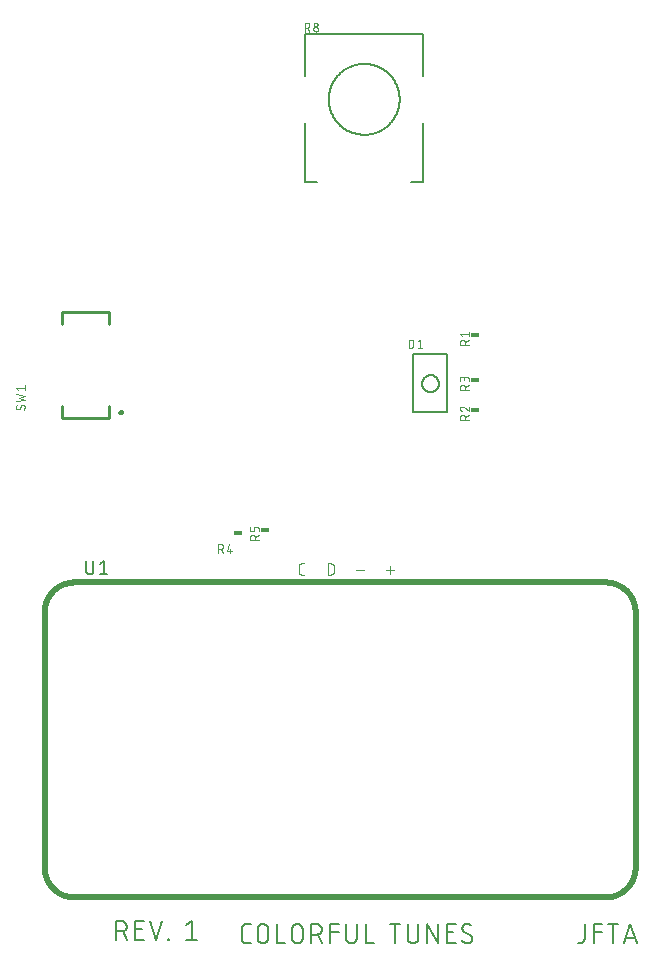
<source format=gbr>
G04 EAGLE Gerber RS-274X export*
G75*
%MOMM*%
%FSLAX34Y34*%
%LPD*%
%INSilkscreen Top*%
%IPPOS*%
%AMOC8*
5,1,8,0,0,1.08239X$1,22.5*%
G01*
%ADD10C,0.203200*%
%ADD11C,0.152400*%
%ADD12C,0.101600*%
%ADD13R,0.711200X0.406400*%
%ADD14C,0.076200*%
%ADD15C,0.508000*%
%ADD16C,0.127000*%
%ADD17C,0.254000*%


D10*
X499025Y34544D02*
X499025Y22296D01*
X499026Y22296D02*
X499024Y22179D01*
X499018Y22062D01*
X499008Y21946D01*
X498995Y21829D01*
X498977Y21714D01*
X498956Y21599D01*
X498931Y21485D01*
X498902Y21371D01*
X498869Y21259D01*
X498832Y21148D01*
X498792Y21038D01*
X498748Y20930D01*
X498701Y20823D01*
X498650Y20717D01*
X498595Y20614D01*
X498537Y20512D01*
X498476Y20413D01*
X498412Y20315D01*
X498344Y20220D01*
X498273Y20127D01*
X498199Y20036D01*
X498122Y19948D01*
X498042Y19863D01*
X497959Y19780D01*
X497874Y19700D01*
X497786Y19623D01*
X497695Y19549D01*
X497602Y19478D01*
X497507Y19410D01*
X497409Y19346D01*
X497310Y19285D01*
X497208Y19227D01*
X497105Y19172D01*
X496999Y19121D01*
X496892Y19074D01*
X496784Y19030D01*
X496674Y18990D01*
X496563Y18953D01*
X496451Y18920D01*
X496337Y18891D01*
X496223Y18866D01*
X496108Y18845D01*
X495992Y18827D01*
X495876Y18814D01*
X495760Y18804D01*
X495643Y18798D01*
X495526Y18796D01*
X493776Y18796D01*
X506921Y18796D02*
X506921Y34544D01*
X513920Y34544D01*
X513920Y27545D02*
X506921Y27545D01*
X523243Y34544D02*
X523243Y18796D01*
X518869Y34544D02*
X527618Y34544D01*
X537832Y34544D02*
X532583Y18796D01*
X543082Y18796D02*
X537832Y34544D01*
X541769Y22733D02*
X533895Y22733D01*
D11*
X216267Y18542D02*
X212654Y18542D01*
X212536Y18544D01*
X212418Y18550D01*
X212300Y18559D01*
X212183Y18573D01*
X212066Y18590D01*
X211949Y18611D01*
X211834Y18636D01*
X211719Y18665D01*
X211605Y18698D01*
X211493Y18734D01*
X211382Y18774D01*
X211272Y18817D01*
X211163Y18864D01*
X211056Y18914D01*
X210951Y18969D01*
X210848Y19026D01*
X210747Y19087D01*
X210647Y19151D01*
X210550Y19218D01*
X210455Y19288D01*
X210363Y19362D01*
X210272Y19438D01*
X210185Y19518D01*
X210100Y19600D01*
X210018Y19685D01*
X209938Y19772D01*
X209862Y19863D01*
X209788Y19955D01*
X209718Y20050D01*
X209651Y20147D01*
X209587Y20247D01*
X209526Y20348D01*
X209469Y20451D01*
X209414Y20556D01*
X209364Y20663D01*
X209317Y20772D01*
X209274Y20882D01*
X209234Y20993D01*
X209198Y21105D01*
X209165Y21219D01*
X209136Y21334D01*
X209111Y21449D01*
X209090Y21566D01*
X209073Y21683D01*
X209059Y21800D01*
X209050Y21918D01*
X209044Y22036D01*
X209042Y22154D01*
X209042Y31186D01*
X209044Y31304D01*
X209050Y31422D01*
X209059Y31540D01*
X209073Y31657D01*
X209090Y31774D01*
X209111Y31891D01*
X209136Y32006D01*
X209165Y32121D01*
X209198Y32235D01*
X209234Y32347D01*
X209274Y32458D01*
X209317Y32568D01*
X209364Y32677D01*
X209414Y32784D01*
X209468Y32889D01*
X209526Y32992D01*
X209587Y33093D01*
X209651Y33193D01*
X209718Y33290D01*
X209788Y33385D01*
X209862Y33477D01*
X209938Y33568D01*
X210018Y33655D01*
X210100Y33740D01*
X210185Y33822D01*
X210272Y33902D01*
X210363Y33978D01*
X210455Y34052D01*
X210550Y34122D01*
X210647Y34189D01*
X210747Y34253D01*
X210848Y34314D01*
X210951Y34371D01*
X211056Y34425D01*
X211163Y34476D01*
X211272Y34523D01*
X211382Y34566D01*
X211493Y34606D01*
X211605Y34642D01*
X211719Y34675D01*
X211834Y34704D01*
X211949Y34729D01*
X212066Y34750D01*
X212183Y34767D01*
X212300Y34781D01*
X212418Y34790D01*
X212536Y34796D01*
X212654Y34798D01*
X216267Y34798D01*
X222108Y30282D02*
X222108Y23058D01*
X222107Y30282D02*
X222109Y30415D01*
X222115Y30547D01*
X222125Y30679D01*
X222138Y30811D01*
X222156Y30943D01*
X222177Y31073D01*
X222202Y31204D01*
X222231Y31333D01*
X222264Y31461D01*
X222300Y31589D01*
X222340Y31715D01*
X222384Y31840D01*
X222432Y31964D01*
X222483Y32086D01*
X222538Y32207D01*
X222596Y32326D01*
X222658Y32444D01*
X222723Y32559D01*
X222792Y32673D01*
X222863Y32784D01*
X222939Y32893D01*
X223017Y33000D01*
X223098Y33105D01*
X223183Y33207D01*
X223270Y33307D01*
X223360Y33404D01*
X223453Y33499D01*
X223549Y33590D01*
X223647Y33679D01*
X223748Y33765D01*
X223852Y33848D01*
X223958Y33928D01*
X224066Y34004D01*
X224176Y34078D01*
X224289Y34148D01*
X224403Y34215D01*
X224520Y34278D01*
X224638Y34338D01*
X224758Y34395D01*
X224880Y34448D01*
X225003Y34497D01*
X225127Y34543D01*
X225253Y34585D01*
X225380Y34623D01*
X225508Y34658D01*
X225637Y34689D01*
X225766Y34716D01*
X225897Y34739D01*
X226028Y34759D01*
X226160Y34774D01*
X226292Y34786D01*
X226424Y34794D01*
X226557Y34798D01*
X226689Y34798D01*
X226822Y34794D01*
X226954Y34786D01*
X227086Y34774D01*
X227218Y34759D01*
X227349Y34739D01*
X227480Y34716D01*
X227609Y34689D01*
X227738Y34658D01*
X227866Y34623D01*
X227993Y34585D01*
X228119Y34543D01*
X228243Y34497D01*
X228366Y34448D01*
X228488Y34395D01*
X228608Y34338D01*
X228726Y34278D01*
X228843Y34215D01*
X228957Y34148D01*
X229070Y34078D01*
X229180Y34004D01*
X229288Y33928D01*
X229394Y33848D01*
X229498Y33765D01*
X229599Y33679D01*
X229697Y33590D01*
X229793Y33499D01*
X229886Y33404D01*
X229976Y33307D01*
X230063Y33207D01*
X230148Y33105D01*
X230229Y33000D01*
X230307Y32893D01*
X230383Y32784D01*
X230454Y32673D01*
X230523Y32559D01*
X230588Y32444D01*
X230650Y32326D01*
X230708Y32207D01*
X230763Y32086D01*
X230814Y31964D01*
X230862Y31840D01*
X230906Y31715D01*
X230946Y31589D01*
X230982Y31461D01*
X231015Y31333D01*
X231044Y31204D01*
X231069Y31073D01*
X231090Y30943D01*
X231108Y30811D01*
X231121Y30679D01*
X231131Y30547D01*
X231137Y30415D01*
X231139Y30282D01*
X231139Y23058D01*
X231137Y22925D01*
X231131Y22793D01*
X231121Y22661D01*
X231108Y22529D01*
X231090Y22397D01*
X231069Y22267D01*
X231044Y22136D01*
X231015Y22007D01*
X230982Y21879D01*
X230946Y21751D01*
X230906Y21625D01*
X230862Y21500D01*
X230814Y21376D01*
X230763Y21254D01*
X230708Y21133D01*
X230650Y21014D01*
X230588Y20896D01*
X230523Y20781D01*
X230454Y20667D01*
X230383Y20556D01*
X230307Y20447D01*
X230229Y20340D01*
X230148Y20235D01*
X230063Y20133D01*
X229976Y20033D01*
X229886Y19936D01*
X229793Y19841D01*
X229697Y19750D01*
X229599Y19661D01*
X229498Y19575D01*
X229394Y19492D01*
X229288Y19412D01*
X229180Y19336D01*
X229070Y19262D01*
X228957Y19192D01*
X228843Y19125D01*
X228726Y19062D01*
X228608Y19002D01*
X228488Y18945D01*
X228366Y18892D01*
X228243Y18843D01*
X228119Y18797D01*
X227993Y18755D01*
X227866Y18717D01*
X227738Y18682D01*
X227609Y18651D01*
X227480Y18624D01*
X227349Y18601D01*
X227218Y18581D01*
X227086Y18566D01*
X226954Y18554D01*
X226822Y18546D01*
X226689Y18542D01*
X226557Y18542D01*
X226424Y18546D01*
X226292Y18554D01*
X226160Y18566D01*
X226028Y18581D01*
X225897Y18601D01*
X225766Y18624D01*
X225637Y18651D01*
X225508Y18682D01*
X225380Y18717D01*
X225253Y18755D01*
X225127Y18797D01*
X225003Y18843D01*
X224880Y18892D01*
X224758Y18945D01*
X224638Y19002D01*
X224520Y19062D01*
X224403Y19125D01*
X224289Y19192D01*
X224176Y19262D01*
X224066Y19336D01*
X223958Y19412D01*
X223852Y19492D01*
X223748Y19575D01*
X223647Y19661D01*
X223549Y19750D01*
X223453Y19841D01*
X223360Y19936D01*
X223270Y20033D01*
X223183Y20133D01*
X223098Y20235D01*
X223017Y20340D01*
X222939Y20447D01*
X222863Y20556D01*
X222792Y20667D01*
X222723Y20781D01*
X222658Y20896D01*
X222596Y21014D01*
X222538Y21133D01*
X222483Y21254D01*
X222432Y21376D01*
X222384Y21500D01*
X222340Y21625D01*
X222300Y21751D01*
X222264Y21879D01*
X222231Y22007D01*
X222202Y22136D01*
X222177Y22267D01*
X222156Y22397D01*
X222138Y22529D01*
X222125Y22661D01*
X222115Y22793D01*
X222109Y22925D01*
X222107Y23058D01*
X238290Y18542D02*
X238290Y34798D01*
X238290Y18542D02*
X245514Y18542D01*
X251286Y23058D02*
X251286Y30282D01*
X251285Y30282D02*
X251287Y30415D01*
X251293Y30547D01*
X251303Y30679D01*
X251316Y30811D01*
X251334Y30943D01*
X251355Y31073D01*
X251380Y31204D01*
X251409Y31333D01*
X251442Y31461D01*
X251478Y31589D01*
X251518Y31715D01*
X251562Y31840D01*
X251610Y31964D01*
X251661Y32086D01*
X251716Y32207D01*
X251774Y32326D01*
X251836Y32444D01*
X251901Y32559D01*
X251970Y32673D01*
X252041Y32784D01*
X252117Y32893D01*
X252195Y33000D01*
X252276Y33105D01*
X252361Y33207D01*
X252448Y33307D01*
X252538Y33404D01*
X252631Y33499D01*
X252727Y33590D01*
X252825Y33679D01*
X252926Y33765D01*
X253030Y33848D01*
X253136Y33928D01*
X253244Y34004D01*
X253354Y34078D01*
X253467Y34148D01*
X253581Y34215D01*
X253698Y34278D01*
X253816Y34338D01*
X253936Y34395D01*
X254058Y34448D01*
X254181Y34497D01*
X254305Y34543D01*
X254431Y34585D01*
X254558Y34623D01*
X254686Y34658D01*
X254815Y34689D01*
X254944Y34716D01*
X255075Y34739D01*
X255206Y34759D01*
X255338Y34774D01*
X255470Y34786D01*
X255602Y34794D01*
X255735Y34798D01*
X255867Y34798D01*
X256000Y34794D01*
X256132Y34786D01*
X256264Y34774D01*
X256396Y34759D01*
X256527Y34739D01*
X256658Y34716D01*
X256787Y34689D01*
X256916Y34658D01*
X257044Y34623D01*
X257171Y34585D01*
X257297Y34543D01*
X257421Y34497D01*
X257544Y34448D01*
X257666Y34395D01*
X257786Y34338D01*
X257904Y34278D01*
X258021Y34215D01*
X258135Y34148D01*
X258248Y34078D01*
X258358Y34004D01*
X258466Y33928D01*
X258572Y33848D01*
X258676Y33765D01*
X258777Y33679D01*
X258875Y33590D01*
X258971Y33499D01*
X259064Y33404D01*
X259154Y33307D01*
X259241Y33207D01*
X259326Y33105D01*
X259407Y33000D01*
X259485Y32893D01*
X259561Y32784D01*
X259632Y32673D01*
X259701Y32559D01*
X259766Y32444D01*
X259828Y32326D01*
X259886Y32207D01*
X259941Y32086D01*
X259992Y31964D01*
X260040Y31840D01*
X260084Y31715D01*
X260124Y31589D01*
X260160Y31461D01*
X260193Y31333D01*
X260222Y31204D01*
X260247Y31073D01*
X260268Y30943D01*
X260286Y30811D01*
X260299Y30679D01*
X260309Y30547D01*
X260315Y30415D01*
X260317Y30282D01*
X260317Y23058D01*
X260315Y22925D01*
X260309Y22793D01*
X260299Y22661D01*
X260286Y22529D01*
X260268Y22397D01*
X260247Y22267D01*
X260222Y22136D01*
X260193Y22007D01*
X260160Y21879D01*
X260124Y21751D01*
X260084Y21625D01*
X260040Y21500D01*
X259992Y21376D01*
X259941Y21254D01*
X259886Y21133D01*
X259828Y21014D01*
X259766Y20896D01*
X259701Y20781D01*
X259632Y20667D01*
X259561Y20556D01*
X259485Y20447D01*
X259407Y20340D01*
X259326Y20235D01*
X259241Y20133D01*
X259154Y20033D01*
X259064Y19936D01*
X258971Y19841D01*
X258875Y19750D01*
X258777Y19661D01*
X258676Y19575D01*
X258572Y19492D01*
X258466Y19412D01*
X258358Y19336D01*
X258248Y19262D01*
X258135Y19192D01*
X258021Y19125D01*
X257904Y19062D01*
X257786Y19002D01*
X257666Y18945D01*
X257544Y18892D01*
X257421Y18843D01*
X257297Y18797D01*
X257171Y18755D01*
X257044Y18717D01*
X256916Y18682D01*
X256787Y18651D01*
X256658Y18624D01*
X256527Y18601D01*
X256396Y18581D01*
X256264Y18566D01*
X256132Y18554D01*
X256000Y18546D01*
X255867Y18542D01*
X255735Y18542D01*
X255602Y18546D01*
X255470Y18554D01*
X255338Y18566D01*
X255206Y18581D01*
X255075Y18601D01*
X254944Y18624D01*
X254815Y18651D01*
X254686Y18682D01*
X254558Y18717D01*
X254431Y18755D01*
X254305Y18797D01*
X254181Y18843D01*
X254058Y18892D01*
X253936Y18945D01*
X253816Y19002D01*
X253698Y19062D01*
X253581Y19125D01*
X253467Y19192D01*
X253354Y19262D01*
X253244Y19336D01*
X253136Y19412D01*
X253030Y19492D01*
X252926Y19575D01*
X252825Y19661D01*
X252727Y19750D01*
X252631Y19841D01*
X252538Y19936D01*
X252448Y20033D01*
X252361Y20133D01*
X252276Y20235D01*
X252195Y20340D01*
X252117Y20447D01*
X252041Y20556D01*
X251970Y20667D01*
X251901Y20781D01*
X251836Y20896D01*
X251774Y21014D01*
X251716Y21133D01*
X251661Y21254D01*
X251610Y21376D01*
X251562Y21500D01*
X251518Y21625D01*
X251478Y21751D01*
X251442Y21879D01*
X251409Y22007D01*
X251380Y22136D01*
X251355Y22267D01*
X251334Y22397D01*
X251316Y22529D01*
X251303Y22661D01*
X251293Y22793D01*
X251287Y22925D01*
X251285Y23058D01*
X267530Y18542D02*
X267530Y34798D01*
X272045Y34798D01*
X272178Y34796D01*
X272310Y34790D01*
X272442Y34780D01*
X272574Y34767D01*
X272706Y34749D01*
X272836Y34728D01*
X272967Y34703D01*
X273096Y34674D01*
X273224Y34641D01*
X273352Y34605D01*
X273478Y34565D01*
X273603Y34521D01*
X273727Y34473D01*
X273849Y34422D01*
X273970Y34367D01*
X274089Y34309D01*
X274207Y34247D01*
X274322Y34182D01*
X274436Y34113D01*
X274547Y34042D01*
X274656Y33966D01*
X274763Y33888D01*
X274868Y33807D01*
X274970Y33722D01*
X275070Y33635D01*
X275167Y33545D01*
X275262Y33452D01*
X275353Y33356D01*
X275442Y33258D01*
X275528Y33157D01*
X275611Y33053D01*
X275691Y32947D01*
X275767Y32839D01*
X275841Y32729D01*
X275911Y32616D01*
X275978Y32502D01*
X276041Y32385D01*
X276101Y32267D01*
X276158Y32147D01*
X276211Y32025D01*
X276260Y31902D01*
X276306Y31778D01*
X276348Y31652D01*
X276386Y31525D01*
X276421Y31397D01*
X276452Y31268D01*
X276479Y31139D01*
X276502Y31008D01*
X276522Y30877D01*
X276537Y30745D01*
X276549Y30613D01*
X276557Y30481D01*
X276561Y30348D01*
X276561Y30216D01*
X276557Y30083D01*
X276549Y29951D01*
X276537Y29819D01*
X276522Y29687D01*
X276502Y29556D01*
X276479Y29425D01*
X276452Y29296D01*
X276421Y29167D01*
X276386Y29039D01*
X276348Y28912D01*
X276306Y28786D01*
X276260Y28662D01*
X276211Y28539D01*
X276158Y28417D01*
X276101Y28297D01*
X276041Y28179D01*
X275978Y28062D01*
X275911Y27948D01*
X275841Y27835D01*
X275767Y27725D01*
X275691Y27617D01*
X275611Y27511D01*
X275528Y27407D01*
X275442Y27306D01*
X275353Y27208D01*
X275262Y27112D01*
X275167Y27019D01*
X275070Y26929D01*
X274970Y26842D01*
X274868Y26757D01*
X274763Y26676D01*
X274656Y26598D01*
X274547Y26522D01*
X274436Y26451D01*
X274322Y26382D01*
X274207Y26317D01*
X274089Y26255D01*
X273970Y26197D01*
X273849Y26142D01*
X273727Y26091D01*
X273603Y26043D01*
X273478Y25999D01*
X273352Y25959D01*
X273224Y25923D01*
X273096Y25890D01*
X272967Y25861D01*
X272836Y25836D01*
X272706Y25815D01*
X272574Y25797D01*
X272442Y25784D01*
X272310Y25774D01*
X272178Y25768D01*
X272045Y25766D01*
X272045Y25767D02*
X267530Y25767D01*
X272948Y25767D02*
X276561Y18542D01*
X283620Y18542D02*
X283620Y34798D01*
X290845Y34798D01*
X290845Y27573D02*
X283620Y27573D01*
X297137Y23058D02*
X297137Y34798D01*
X297137Y23058D02*
X297139Y22925D01*
X297145Y22793D01*
X297155Y22661D01*
X297168Y22529D01*
X297186Y22397D01*
X297207Y22267D01*
X297232Y22136D01*
X297261Y22007D01*
X297294Y21879D01*
X297330Y21751D01*
X297370Y21625D01*
X297414Y21500D01*
X297462Y21376D01*
X297513Y21254D01*
X297568Y21133D01*
X297626Y21014D01*
X297688Y20896D01*
X297753Y20781D01*
X297822Y20667D01*
X297893Y20556D01*
X297969Y20447D01*
X298047Y20340D01*
X298128Y20235D01*
X298213Y20133D01*
X298300Y20033D01*
X298390Y19936D01*
X298483Y19841D01*
X298579Y19750D01*
X298677Y19661D01*
X298778Y19575D01*
X298882Y19492D01*
X298988Y19412D01*
X299096Y19336D01*
X299206Y19262D01*
X299319Y19192D01*
X299433Y19125D01*
X299550Y19062D01*
X299668Y19002D01*
X299788Y18945D01*
X299910Y18892D01*
X300033Y18843D01*
X300157Y18797D01*
X300283Y18755D01*
X300410Y18717D01*
X300538Y18682D01*
X300667Y18651D01*
X300796Y18624D01*
X300927Y18601D01*
X301058Y18581D01*
X301190Y18566D01*
X301322Y18554D01*
X301454Y18546D01*
X301587Y18542D01*
X301719Y18542D01*
X301852Y18546D01*
X301984Y18554D01*
X302116Y18566D01*
X302248Y18581D01*
X302379Y18601D01*
X302510Y18624D01*
X302639Y18651D01*
X302768Y18682D01*
X302896Y18717D01*
X303023Y18755D01*
X303149Y18797D01*
X303273Y18843D01*
X303396Y18892D01*
X303518Y18945D01*
X303638Y19002D01*
X303756Y19062D01*
X303873Y19125D01*
X303987Y19192D01*
X304100Y19262D01*
X304210Y19336D01*
X304318Y19412D01*
X304424Y19492D01*
X304528Y19575D01*
X304629Y19661D01*
X304727Y19750D01*
X304823Y19841D01*
X304916Y19936D01*
X305006Y20033D01*
X305093Y20133D01*
X305178Y20235D01*
X305259Y20340D01*
X305337Y20447D01*
X305413Y20556D01*
X305484Y20667D01*
X305553Y20781D01*
X305618Y20896D01*
X305680Y21014D01*
X305738Y21133D01*
X305793Y21254D01*
X305844Y21376D01*
X305892Y21500D01*
X305936Y21625D01*
X305976Y21751D01*
X306012Y21879D01*
X306045Y22007D01*
X306074Y22136D01*
X306099Y22267D01*
X306120Y22397D01*
X306138Y22529D01*
X306151Y22661D01*
X306161Y22793D01*
X306167Y22925D01*
X306169Y23058D01*
X306169Y34798D01*
X313841Y34798D02*
X313841Y18542D01*
X321065Y18542D01*
X338647Y18542D02*
X338647Y34798D01*
X343162Y34798D02*
X334131Y34798D01*
X349242Y34798D02*
X349242Y23058D01*
X349241Y23058D02*
X349243Y22925D01*
X349249Y22793D01*
X349259Y22661D01*
X349272Y22529D01*
X349290Y22397D01*
X349311Y22267D01*
X349336Y22136D01*
X349365Y22007D01*
X349398Y21879D01*
X349434Y21751D01*
X349474Y21625D01*
X349518Y21500D01*
X349566Y21376D01*
X349617Y21254D01*
X349672Y21133D01*
X349730Y21014D01*
X349792Y20896D01*
X349857Y20781D01*
X349926Y20667D01*
X349997Y20556D01*
X350073Y20447D01*
X350151Y20340D01*
X350232Y20235D01*
X350317Y20133D01*
X350404Y20033D01*
X350494Y19936D01*
X350587Y19841D01*
X350683Y19750D01*
X350781Y19661D01*
X350882Y19575D01*
X350986Y19492D01*
X351092Y19412D01*
X351200Y19336D01*
X351310Y19262D01*
X351423Y19192D01*
X351537Y19125D01*
X351654Y19062D01*
X351772Y19002D01*
X351892Y18945D01*
X352014Y18892D01*
X352137Y18843D01*
X352261Y18797D01*
X352387Y18755D01*
X352514Y18717D01*
X352642Y18682D01*
X352771Y18651D01*
X352900Y18624D01*
X353031Y18601D01*
X353162Y18581D01*
X353294Y18566D01*
X353426Y18554D01*
X353558Y18546D01*
X353691Y18542D01*
X353823Y18542D01*
X353956Y18546D01*
X354088Y18554D01*
X354220Y18566D01*
X354352Y18581D01*
X354483Y18601D01*
X354614Y18624D01*
X354743Y18651D01*
X354872Y18682D01*
X355000Y18717D01*
X355127Y18755D01*
X355253Y18797D01*
X355377Y18843D01*
X355500Y18892D01*
X355622Y18945D01*
X355742Y19002D01*
X355860Y19062D01*
X355977Y19125D01*
X356091Y19192D01*
X356204Y19262D01*
X356314Y19336D01*
X356422Y19412D01*
X356528Y19492D01*
X356632Y19575D01*
X356733Y19661D01*
X356831Y19750D01*
X356927Y19841D01*
X357020Y19936D01*
X357110Y20033D01*
X357197Y20133D01*
X357282Y20235D01*
X357363Y20340D01*
X357441Y20447D01*
X357517Y20556D01*
X357588Y20667D01*
X357657Y20781D01*
X357722Y20896D01*
X357784Y21014D01*
X357842Y21133D01*
X357897Y21254D01*
X357948Y21376D01*
X357996Y21500D01*
X358040Y21625D01*
X358080Y21751D01*
X358116Y21879D01*
X358149Y22007D01*
X358178Y22136D01*
X358203Y22267D01*
X358224Y22397D01*
X358242Y22529D01*
X358255Y22661D01*
X358265Y22793D01*
X358271Y22925D01*
X358273Y23058D01*
X358273Y34798D01*
X365915Y34798D02*
X365915Y18542D01*
X374946Y18542D02*
X365915Y34798D01*
X374946Y34798D02*
X374946Y18542D01*
X382618Y18542D02*
X389843Y18542D01*
X382618Y18542D02*
X382618Y34798D01*
X389843Y34798D01*
X388037Y27573D02*
X382618Y27573D01*
X400512Y18542D02*
X400630Y18544D01*
X400748Y18550D01*
X400866Y18559D01*
X400983Y18573D01*
X401100Y18590D01*
X401217Y18611D01*
X401332Y18636D01*
X401447Y18665D01*
X401561Y18698D01*
X401673Y18734D01*
X401784Y18774D01*
X401894Y18817D01*
X402003Y18864D01*
X402110Y18914D01*
X402215Y18969D01*
X402318Y19026D01*
X402419Y19087D01*
X402519Y19151D01*
X402616Y19218D01*
X402711Y19288D01*
X402803Y19362D01*
X402894Y19438D01*
X402981Y19518D01*
X403066Y19600D01*
X403148Y19685D01*
X403228Y19772D01*
X403304Y19863D01*
X403378Y19955D01*
X403448Y20050D01*
X403515Y20147D01*
X403579Y20247D01*
X403640Y20348D01*
X403697Y20451D01*
X403752Y20556D01*
X403802Y20663D01*
X403849Y20772D01*
X403892Y20882D01*
X403932Y20993D01*
X403968Y21105D01*
X404001Y21219D01*
X404030Y21334D01*
X404055Y21449D01*
X404076Y21566D01*
X404093Y21683D01*
X404107Y21800D01*
X404116Y21918D01*
X404122Y22036D01*
X404124Y22154D01*
X400512Y18542D02*
X400329Y18544D01*
X400147Y18551D01*
X399965Y18562D01*
X399783Y18577D01*
X399601Y18597D01*
X399420Y18620D01*
X399240Y18649D01*
X399060Y18681D01*
X398881Y18718D01*
X398704Y18759D01*
X398527Y18805D01*
X398351Y18854D01*
X398177Y18908D01*
X398003Y18966D01*
X397832Y19028D01*
X397662Y19094D01*
X397493Y19165D01*
X397326Y19239D01*
X397161Y19317D01*
X396998Y19399D01*
X396837Y19485D01*
X396678Y19575D01*
X396521Y19669D01*
X396367Y19766D01*
X396215Y19867D01*
X396065Y19972D01*
X395918Y20080D01*
X395774Y20191D01*
X395632Y20306D01*
X395493Y20425D01*
X395357Y20547D01*
X395224Y20672D01*
X395094Y20800D01*
X395545Y31186D02*
X395547Y31304D01*
X395553Y31422D01*
X395562Y31540D01*
X395576Y31657D01*
X395593Y31774D01*
X395614Y31891D01*
X395639Y32006D01*
X395668Y32121D01*
X395701Y32235D01*
X395737Y32347D01*
X395777Y32458D01*
X395820Y32568D01*
X395867Y32677D01*
X395917Y32784D01*
X395972Y32889D01*
X396029Y32992D01*
X396090Y33093D01*
X396154Y33193D01*
X396221Y33290D01*
X396291Y33385D01*
X396365Y33477D01*
X396441Y33568D01*
X396521Y33655D01*
X396603Y33740D01*
X396688Y33822D01*
X396775Y33902D01*
X396866Y33978D01*
X396958Y34052D01*
X397053Y34122D01*
X397150Y34189D01*
X397250Y34253D01*
X397351Y34314D01*
X397454Y34372D01*
X397559Y34426D01*
X397666Y34476D01*
X397775Y34523D01*
X397885Y34567D01*
X397996Y34606D01*
X398109Y34642D01*
X398222Y34675D01*
X398337Y34704D01*
X398452Y34729D01*
X398569Y34750D01*
X398686Y34767D01*
X398803Y34781D01*
X398921Y34790D01*
X399039Y34796D01*
X399157Y34798D01*
X399318Y34796D01*
X399480Y34790D01*
X399641Y34781D01*
X399802Y34767D01*
X399962Y34750D01*
X400122Y34729D01*
X400282Y34704D01*
X400441Y34675D01*
X400599Y34643D01*
X400756Y34607D01*
X400912Y34567D01*
X401068Y34523D01*
X401222Y34475D01*
X401375Y34424D01*
X401527Y34370D01*
X401678Y34311D01*
X401827Y34250D01*
X401974Y34184D01*
X402120Y34115D01*
X402265Y34043D01*
X402407Y33967D01*
X402548Y33888D01*
X402687Y33806D01*
X402823Y33720D01*
X402958Y33631D01*
X403091Y33539D01*
X403221Y33443D01*
X397351Y28025D02*
X397250Y28087D01*
X397150Y28152D01*
X397053Y28221D01*
X396958Y28293D01*
X396865Y28367D01*
X396775Y28445D01*
X396687Y28526D01*
X396602Y28609D01*
X396520Y28695D01*
X396441Y28784D01*
X396364Y28875D01*
X396291Y28969D01*
X396220Y29065D01*
X396153Y29163D01*
X396089Y29263D01*
X396028Y29366D01*
X395971Y29470D01*
X395917Y29576D01*
X395867Y29684D01*
X395820Y29793D01*
X395776Y29904D01*
X395736Y30016D01*
X395700Y30130D01*
X395668Y30244D01*
X395639Y30360D01*
X395614Y30476D01*
X395593Y30593D01*
X395576Y30711D01*
X395562Y30829D01*
X395553Y30948D01*
X395547Y31067D01*
X395545Y31186D01*
X402318Y25315D02*
X402419Y25253D01*
X402519Y25188D01*
X402616Y25119D01*
X402711Y25047D01*
X402804Y24973D01*
X402894Y24895D01*
X402982Y24814D01*
X403067Y24731D01*
X403149Y24645D01*
X403228Y24556D01*
X403305Y24465D01*
X403378Y24371D01*
X403449Y24275D01*
X403516Y24177D01*
X403580Y24077D01*
X403641Y23974D01*
X403698Y23870D01*
X403752Y23764D01*
X403802Y23656D01*
X403849Y23547D01*
X403893Y23436D01*
X403933Y23324D01*
X403969Y23210D01*
X404001Y23096D01*
X404030Y22980D01*
X404055Y22864D01*
X404076Y22747D01*
X404093Y22629D01*
X404107Y22511D01*
X404116Y22392D01*
X404122Y22273D01*
X404124Y22154D01*
X402318Y25315D02*
X397351Y28025D01*
D10*
X102616Y21336D02*
X102616Y37084D01*
X106990Y37084D01*
X107121Y37082D01*
X107252Y37076D01*
X107382Y37066D01*
X107512Y37053D01*
X107642Y37035D01*
X107771Y37014D01*
X107899Y36988D01*
X108027Y36959D01*
X108154Y36926D01*
X108279Y36890D01*
X108404Y36849D01*
X108527Y36805D01*
X108649Y36757D01*
X108769Y36706D01*
X108888Y36651D01*
X109005Y36592D01*
X109120Y36530D01*
X109233Y36465D01*
X109345Y36396D01*
X109454Y36324D01*
X109561Y36249D01*
X109666Y36170D01*
X109768Y36089D01*
X109868Y36004D01*
X109965Y35916D01*
X110060Y35826D01*
X110152Y35733D01*
X110241Y35637D01*
X110327Y35538D01*
X110410Y35437D01*
X110490Y35334D01*
X110567Y35228D01*
X110640Y35120D01*
X110711Y35009D01*
X110778Y34897D01*
X110842Y34783D01*
X110902Y34667D01*
X110959Y34549D01*
X111012Y34429D01*
X111062Y34308D01*
X111108Y34185D01*
X111150Y34062D01*
X111188Y33937D01*
X111223Y33810D01*
X111254Y33683D01*
X111282Y33555D01*
X111305Y33427D01*
X111324Y33297D01*
X111340Y33167D01*
X111352Y33037D01*
X111360Y32906D01*
X111364Y32775D01*
X111364Y32645D01*
X111360Y32514D01*
X111352Y32383D01*
X111340Y32253D01*
X111324Y32123D01*
X111305Y31993D01*
X111282Y31865D01*
X111254Y31737D01*
X111223Y31610D01*
X111188Y31483D01*
X111150Y31358D01*
X111108Y31235D01*
X111062Y31112D01*
X111012Y30991D01*
X110959Y30871D01*
X110902Y30753D01*
X110842Y30637D01*
X110778Y30523D01*
X110711Y30411D01*
X110640Y30300D01*
X110567Y30192D01*
X110490Y30086D01*
X110410Y29983D01*
X110327Y29882D01*
X110241Y29783D01*
X110152Y29687D01*
X110060Y29594D01*
X109965Y29504D01*
X109868Y29416D01*
X109768Y29331D01*
X109666Y29250D01*
X109561Y29171D01*
X109454Y29096D01*
X109345Y29024D01*
X109233Y28955D01*
X109120Y28890D01*
X109005Y28828D01*
X108888Y28769D01*
X108769Y28714D01*
X108649Y28663D01*
X108527Y28615D01*
X108404Y28571D01*
X108279Y28530D01*
X108154Y28494D01*
X108027Y28461D01*
X107899Y28432D01*
X107771Y28406D01*
X107642Y28385D01*
X107512Y28367D01*
X107382Y28354D01*
X107252Y28344D01*
X107121Y28338D01*
X106990Y28336D01*
X106990Y28335D02*
X102616Y28335D01*
X107865Y28335D02*
X111365Y21336D01*
X118694Y21336D02*
X125693Y21336D01*
X118694Y21336D02*
X118694Y37084D01*
X125693Y37084D01*
X123943Y30085D02*
X118694Y30085D01*
X130809Y37084D02*
X136059Y21336D01*
X141308Y37084D01*
X146563Y22211D02*
X146563Y21336D01*
X146563Y22211D02*
X147438Y22211D01*
X147438Y21336D01*
X146563Y21336D01*
X161904Y33584D02*
X166279Y37084D01*
X166279Y21336D01*
X170653Y21336D02*
X161904Y21336D01*
D11*
X353900Y467900D02*
X353900Y516900D01*
X382600Y516900D01*
X382600Y467900D01*
X353900Y467900D01*
X361488Y492400D02*
X361490Y492575D01*
X361497Y492749D01*
X361507Y492923D01*
X361522Y493097D01*
X361541Y493271D01*
X361565Y493444D01*
X361593Y493616D01*
X361625Y493787D01*
X361661Y493958D01*
X361701Y494128D01*
X361746Y494297D01*
X361794Y494465D01*
X361847Y494631D01*
X361904Y494796D01*
X361965Y494960D01*
X362029Y495122D01*
X362098Y495282D01*
X362171Y495441D01*
X362247Y495598D01*
X362328Y495753D01*
X362412Y495905D01*
X362500Y496056D01*
X362591Y496205D01*
X362687Y496351D01*
X362785Y496495D01*
X362888Y496637D01*
X362993Y496776D01*
X363102Y496912D01*
X363215Y497045D01*
X363330Y497176D01*
X363449Y497304D01*
X363571Y497429D01*
X363696Y497551D01*
X363824Y497670D01*
X363955Y497785D01*
X364088Y497898D01*
X364224Y498007D01*
X364363Y498112D01*
X364505Y498215D01*
X364649Y498313D01*
X364795Y498409D01*
X364944Y498500D01*
X365095Y498588D01*
X365247Y498672D01*
X365402Y498753D01*
X365559Y498829D01*
X365718Y498902D01*
X365878Y498971D01*
X366040Y499035D01*
X366204Y499096D01*
X366369Y499153D01*
X366535Y499206D01*
X366703Y499254D01*
X366872Y499299D01*
X367042Y499339D01*
X367213Y499375D01*
X367384Y499407D01*
X367556Y499435D01*
X367729Y499459D01*
X367903Y499478D01*
X368077Y499493D01*
X368251Y499503D01*
X368425Y499510D01*
X368600Y499512D01*
X368775Y499510D01*
X368949Y499503D01*
X369123Y499493D01*
X369297Y499478D01*
X369471Y499459D01*
X369644Y499435D01*
X369816Y499407D01*
X369987Y499375D01*
X370158Y499339D01*
X370328Y499299D01*
X370497Y499254D01*
X370665Y499206D01*
X370831Y499153D01*
X370996Y499096D01*
X371160Y499035D01*
X371322Y498971D01*
X371482Y498902D01*
X371641Y498829D01*
X371798Y498753D01*
X371953Y498672D01*
X372105Y498588D01*
X372256Y498500D01*
X372405Y498409D01*
X372551Y498313D01*
X372695Y498215D01*
X372837Y498112D01*
X372976Y498007D01*
X373112Y497898D01*
X373245Y497785D01*
X373376Y497670D01*
X373504Y497551D01*
X373629Y497429D01*
X373751Y497304D01*
X373870Y497176D01*
X373985Y497045D01*
X374098Y496912D01*
X374207Y496776D01*
X374312Y496637D01*
X374415Y496495D01*
X374513Y496351D01*
X374609Y496205D01*
X374700Y496056D01*
X374788Y495905D01*
X374872Y495753D01*
X374953Y495598D01*
X375029Y495441D01*
X375102Y495282D01*
X375171Y495122D01*
X375235Y494960D01*
X375296Y494796D01*
X375353Y494631D01*
X375406Y494465D01*
X375454Y494297D01*
X375499Y494128D01*
X375539Y493958D01*
X375575Y493787D01*
X375607Y493616D01*
X375635Y493444D01*
X375659Y493271D01*
X375678Y493097D01*
X375693Y492923D01*
X375703Y492749D01*
X375710Y492575D01*
X375712Y492400D01*
X375710Y492225D01*
X375703Y492051D01*
X375693Y491877D01*
X375678Y491703D01*
X375659Y491529D01*
X375635Y491356D01*
X375607Y491184D01*
X375575Y491013D01*
X375539Y490842D01*
X375499Y490672D01*
X375454Y490503D01*
X375406Y490335D01*
X375353Y490169D01*
X375296Y490004D01*
X375235Y489840D01*
X375171Y489678D01*
X375102Y489518D01*
X375029Y489359D01*
X374953Y489202D01*
X374872Y489047D01*
X374788Y488895D01*
X374700Y488744D01*
X374609Y488595D01*
X374513Y488449D01*
X374415Y488305D01*
X374312Y488163D01*
X374207Y488024D01*
X374098Y487888D01*
X373985Y487755D01*
X373870Y487624D01*
X373751Y487496D01*
X373629Y487371D01*
X373504Y487249D01*
X373376Y487130D01*
X373245Y487015D01*
X373112Y486902D01*
X372976Y486793D01*
X372837Y486688D01*
X372695Y486585D01*
X372551Y486487D01*
X372405Y486391D01*
X372256Y486300D01*
X372105Y486212D01*
X371953Y486128D01*
X371798Y486047D01*
X371641Y485971D01*
X371482Y485898D01*
X371322Y485829D01*
X371160Y485765D01*
X370996Y485704D01*
X370831Y485647D01*
X370665Y485594D01*
X370497Y485546D01*
X370328Y485501D01*
X370158Y485461D01*
X369987Y485425D01*
X369816Y485393D01*
X369644Y485365D01*
X369471Y485341D01*
X369297Y485322D01*
X369123Y485307D01*
X368949Y485297D01*
X368775Y485290D01*
X368600Y485288D01*
X368425Y485290D01*
X368251Y485297D01*
X368077Y485307D01*
X367903Y485322D01*
X367729Y485341D01*
X367556Y485365D01*
X367384Y485393D01*
X367213Y485425D01*
X367042Y485461D01*
X366872Y485501D01*
X366703Y485546D01*
X366535Y485594D01*
X366369Y485647D01*
X366204Y485704D01*
X366040Y485765D01*
X365878Y485829D01*
X365718Y485898D01*
X365559Y485971D01*
X365402Y486047D01*
X365247Y486128D01*
X365095Y486212D01*
X364944Y486300D01*
X364795Y486391D01*
X364649Y486487D01*
X364505Y486585D01*
X364363Y486688D01*
X364224Y486793D01*
X364088Y486902D01*
X363955Y487015D01*
X363824Y487130D01*
X363696Y487249D01*
X363571Y487371D01*
X363449Y487496D01*
X363330Y487624D01*
X363215Y487755D01*
X363102Y487888D01*
X362993Y488024D01*
X362888Y488163D01*
X362785Y488305D01*
X362687Y488449D01*
X362591Y488595D01*
X362500Y488744D01*
X362412Y488895D01*
X362328Y489047D01*
X362247Y489202D01*
X362171Y489359D01*
X362098Y489518D01*
X362029Y489678D01*
X361965Y489840D01*
X361904Y490004D01*
X361847Y490169D01*
X361794Y490335D01*
X361746Y490503D01*
X361701Y490672D01*
X361661Y490842D01*
X361625Y491013D01*
X361593Y491184D01*
X361565Y491356D01*
X361541Y491529D01*
X361522Y491703D01*
X361507Y491877D01*
X361497Y492051D01*
X361490Y492225D01*
X361488Y492400D01*
D12*
X350108Y522408D02*
X350108Y529520D01*
X352084Y529520D01*
X352170Y529518D01*
X352256Y529512D01*
X352342Y529503D01*
X352427Y529490D01*
X352512Y529473D01*
X352595Y529453D01*
X352678Y529429D01*
X352760Y529401D01*
X352840Y529370D01*
X352919Y529335D01*
X352996Y529297D01*
X353072Y529255D01*
X353146Y529211D01*
X353217Y529163D01*
X353287Y529112D01*
X353354Y529058D01*
X353419Y529001D01*
X353481Y528941D01*
X353541Y528879D01*
X353598Y528814D01*
X353652Y528747D01*
X353703Y528677D01*
X353751Y528606D01*
X353795Y528532D01*
X353837Y528456D01*
X353875Y528379D01*
X353910Y528300D01*
X353941Y528220D01*
X353969Y528138D01*
X353993Y528055D01*
X354013Y527972D01*
X354030Y527887D01*
X354043Y527802D01*
X354052Y527716D01*
X354058Y527630D01*
X354060Y527544D01*
X354059Y527544D02*
X354059Y524384D01*
X354060Y524384D02*
X354058Y524298D01*
X354052Y524212D01*
X354043Y524126D01*
X354030Y524041D01*
X354013Y523956D01*
X353993Y523873D01*
X353969Y523790D01*
X353941Y523708D01*
X353910Y523628D01*
X353875Y523549D01*
X353837Y523472D01*
X353795Y523396D01*
X353751Y523322D01*
X353703Y523251D01*
X353652Y523181D01*
X353598Y523114D01*
X353541Y523049D01*
X353481Y522987D01*
X353419Y522927D01*
X353354Y522870D01*
X353287Y522816D01*
X353217Y522765D01*
X353146Y522717D01*
X353072Y522673D01*
X352996Y522631D01*
X352919Y522593D01*
X352840Y522558D01*
X352760Y522527D01*
X352678Y522499D01*
X352595Y522475D01*
X352512Y522455D01*
X352427Y522438D01*
X352342Y522425D01*
X352256Y522416D01*
X352170Y522410D01*
X352084Y522408D01*
X350108Y522408D01*
X357667Y527940D02*
X359643Y529520D01*
X359643Y522408D01*
X361618Y522408D02*
X357667Y522408D01*
D13*
X406400Y533400D03*
D14*
X400939Y524891D02*
X393573Y524891D01*
X393573Y526937D01*
X393575Y527026D01*
X393581Y527115D01*
X393591Y527204D01*
X393604Y527292D01*
X393621Y527380D01*
X393643Y527467D01*
X393668Y527552D01*
X393696Y527637D01*
X393729Y527720D01*
X393765Y527802D01*
X393804Y527882D01*
X393847Y527960D01*
X393893Y528036D01*
X393943Y528111D01*
X393996Y528183D01*
X394052Y528252D01*
X394111Y528319D01*
X394172Y528384D01*
X394237Y528445D01*
X394304Y528504D01*
X394373Y528560D01*
X394445Y528613D01*
X394520Y528663D01*
X394596Y528709D01*
X394674Y528752D01*
X394754Y528791D01*
X394836Y528827D01*
X394919Y528860D01*
X395004Y528888D01*
X395089Y528913D01*
X395176Y528935D01*
X395264Y528952D01*
X395352Y528965D01*
X395441Y528975D01*
X395530Y528981D01*
X395619Y528983D01*
X395708Y528981D01*
X395797Y528975D01*
X395886Y528965D01*
X395974Y528952D01*
X396062Y528935D01*
X396149Y528913D01*
X396234Y528888D01*
X396319Y528860D01*
X396402Y528827D01*
X396484Y528791D01*
X396564Y528752D01*
X396642Y528709D01*
X396718Y528663D01*
X396793Y528613D01*
X396865Y528560D01*
X396934Y528504D01*
X397001Y528445D01*
X397066Y528384D01*
X397127Y528319D01*
X397186Y528252D01*
X397242Y528183D01*
X397295Y528111D01*
X397345Y528036D01*
X397391Y527960D01*
X397434Y527882D01*
X397473Y527802D01*
X397509Y527720D01*
X397542Y527637D01*
X397570Y527552D01*
X397595Y527467D01*
X397617Y527380D01*
X397634Y527292D01*
X397647Y527204D01*
X397657Y527115D01*
X397663Y527026D01*
X397665Y526937D01*
X397665Y524891D01*
X397665Y527346D02*
X400939Y528983D01*
X395210Y532155D02*
X393573Y534201D01*
X400939Y534201D01*
X400939Y532155D02*
X400939Y536247D01*
D13*
X406400Y469900D03*
D14*
X400939Y461391D02*
X393573Y461391D01*
X393573Y463437D01*
X393575Y463526D01*
X393581Y463615D01*
X393591Y463704D01*
X393604Y463792D01*
X393621Y463880D01*
X393643Y463967D01*
X393668Y464052D01*
X393696Y464137D01*
X393729Y464220D01*
X393765Y464302D01*
X393804Y464382D01*
X393847Y464460D01*
X393893Y464536D01*
X393943Y464611D01*
X393996Y464683D01*
X394052Y464752D01*
X394111Y464819D01*
X394172Y464884D01*
X394237Y464945D01*
X394304Y465004D01*
X394373Y465060D01*
X394445Y465113D01*
X394520Y465163D01*
X394596Y465209D01*
X394674Y465252D01*
X394754Y465291D01*
X394836Y465327D01*
X394919Y465360D01*
X395004Y465388D01*
X395089Y465413D01*
X395176Y465435D01*
X395264Y465452D01*
X395352Y465465D01*
X395441Y465475D01*
X395530Y465481D01*
X395619Y465483D01*
X395708Y465481D01*
X395797Y465475D01*
X395886Y465465D01*
X395974Y465452D01*
X396062Y465435D01*
X396149Y465413D01*
X396234Y465388D01*
X396319Y465360D01*
X396402Y465327D01*
X396484Y465291D01*
X396564Y465252D01*
X396642Y465209D01*
X396718Y465163D01*
X396793Y465113D01*
X396865Y465060D01*
X396934Y465004D01*
X397001Y464945D01*
X397066Y464884D01*
X397127Y464819D01*
X397186Y464752D01*
X397242Y464683D01*
X397295Y464611D01*
X397345Y464536D01*
X397391Y464460D01*
X397434Y464382D01*
X397473Y464302D01*
X397509Y464220D01*
X397542Y464137D01*
X397570Y464052D01*
X397595Y463967D01*
X397617Y463880D01*
X397634Y463792D01*
X397647Y463704D01*
X397657Y463615D01*
X397663Y463526D01*
X397665Y463437D01*
X397665Y461391D01*
X397665Y463846D02*
X400939Y465483D01*
X395415Y472748D02*
X395330Y472746D01*
X395245Y472740D01*
X395161Y472730D01*
X395077Y472717D01*
X394993Y472699D01*
X394911Y472678D01*
X394830Y472653D01*
X394750Y472624D01*
X394671Y472591D01*
X394594Y472555D01*
X394519Y472515D01*
X394445Y472472D01*
X394374Y472426D01*
X394305Y472376D01*
X394238Y472323D01*
X394174Y472267D01*
X394113Y472208D01*
X394054Y472147D01*
X393998Y472083D01*
X393945Y472016D01*
X393895Y471947D01*
X393849Y471876D01*
X393806Y471802D01*
X393766Y471727D01*
X393730Y471650D01*
X393697Y471571D01*
X393668Y471491D01*
X393643Y471410D01*
X393622Y471328D01*
X393604Y471244D01*
X393591Y471160D01*
X393581Y471076D01*
X393575Y470991D01*
X393573Y470906D01*
X393575Y470810D01*
X393581Y470714D01*
X393591Y470619D01*
X393604Y470524D01*
X393622Y470429D01*
X393643Y470336D01*
X393668Y470243D01*
X393697Y470152D01*
X393729Y470061D01*
X393765Y469972D01*
X393805Y469885D01*
X393848Y469799D01*
X393894Y469715D01*
X393944Y469633D01*
X393998Y469553D01*
X394054Y469476D01*
X394114Y469401D01*
X394176Y469328D01*
X394242Y469258D01*
X394310Y469190D01*
X394381Y469125D01*
X394454Y469064D01*
X394530Y469005D01*
X394609Y468949D01*
X394689Y468897D01*
X394772Y468848D01*
X394856Y468802D01*
X394942Y468760D01*
X395030Y468722D01*
X395119Y468687D01*
X395210Y468655D01*
X396847Y472133D02*
X396788Y472193D01*
X396726Y472250D01*
X396662Y472305D01*
X396595Y472356D01*
X396526Y472405D01*
X396456Y472451D01*
X396383Y472494D01*
X396309Y472534D01*
X396233Y472570D01*
X396155Y472603D01*
X396076Y472633D01*
X395996Y472660D01*
X395915Y472683D01*
X395833Y472702D01*
X395751Y472718D01*
X395667Y472731D01*
X395583Y472740D01*
X395499Y472745D01*
X395415Y472747D01*
X396847Y472133D02*
X400939Y468655D01*
X400939Y472747D01*
D13*
X406400Y495300D03*
D14*
X400939Y486791D02*
X393573Y486791D01*
X393573Y488837D01*
X393575Y488926D01*
X393581Y489015D01*
X393591Y489104D01*
X393604Y489192D01*
X393621Y489280D01*
X393643Y489367D01*
X393668Y489452D01*
X393696Y489537D01*
X393729Y489620D01*
X393765Y489702D01*
X393804Y489782D01*
X393847Y489860D01*
X393893Y489936D01*
X393943Y490011D01*
X393996Y490083D01*
X394052Y490152D01*
X394111Y490219D01*
X394172Y490284D01*
X394237Y490345D01*
X394304Y490404D01*
X394373Y490460D01*
X394445Y490513D01*
X394520Y490563D01*
X394596Y490609D01*
X394674Y490652D01*
X394754Y490691D01*
X394836Y490727D01*
X394919Y490760D01*
X395004Y490788D01*
X395089Y490813D01*
X395176Y490835D01*
X395264Y490852D01*
X395352Y490865D01*
X395441Y490875D01*
X395530Y490881D01*
X395619Y490883D01*
X395708Y490881D01*
X395797Y490875D01*
X395886Y490865D01*
X395974Y490852D01*
X396062Y490835D01*
X396149Y490813D01*
X396234Y490788D01*
X396319Y490760D01*
X396402Y490727D01*
X396484Y490691D01*
X396564Y490652D01*
X396642Y490609D01*
X396718Y490563D01*
X396793Y490513D01*
X396865Y490460D01*
X396934Y490404D01*
X397001Y490345D01*
X397066Y490284D01*
X397127Y490219D01*
X397186Y490152D01*
X397242Y490083D01*
X397295Y490011D01*
X397345Y489936D01*
X397391Y489860D01*
X397434Y489782D01*
X397473Y489702D01*
X397509Y489620D01*
X397542Y489537D01*
X397570Y489452D01*
X397595Y489367D01*
X397617Y489280D01*
X397634Y489192D01*
X397647Y489104D01*
X397657Y489015D01*
X397663Y488926D01*
X397665Y488837D01*
X397665Y486791D01*
X397665Y489246D02*
X400939Y490883D01*
X400939Y494055D02*
X400939Y496101D01*
X400937Y496190D01*
X400931Y496279D01*
X400921Y496368D01*
X400908Y496456D01*
X400891Y496544D01*
X400869Y496631D01*
X400844Y496716D01*
X400816Y496801D01*
X400783Y496884D01*
X400747Y496966D01*
X400708Y497046D01*
X400665Y497124D01*
X400619Y497200D01*
X400569Y497275D01*
X400516Y497347D01*
X400460Y497416D01*
X400401Y497483D01*
X400340Y497548D01*
X400275Y497609D01*
X400208Y497668D01*
X400139Y497724D01*
X400067Y497777D01*
X399992Y497827D01*
X399916Y497873D01*
X399838Y497916D01*
X399758Y497955D01*
X399676Y497991D01*
X399593Y498024D01*
X399508Y498052D01*
X399423Y498077D01*
X399336Y498099D01*
X399248Y498116D01*
X399160Y498129D01*
X399071Y498139D01*
X398982Y498145D01*
X398893Y498147D01*
X398804Y498145D01*
X398715Y498139D01*
X398626Y498129D01*
X398538Y498116D01*
X398450Y498099D01*
X398363Y498077D01*
X398278Y498052D01*
X398193Y498024D01*
X398110Y497991D01*
X398028Y497955D01*
X397948Y497916D01*
X397870Y497873D01*
X397794Y497827D01*
X397719Y497777D01*
X397647Y497724D01*
X397578Y497668D01*
X397511Y497609D01*
X397446Y497548D01*
X397385Y497483D01*
X397326Y497416D01*
X397270Y497347D01*
X397217Y497275D01*
X397167Y497200D01*
X397121Y497124D01*
X397078Y497046D01*
X397039Y496966D01*
X397003Y496884D01*
X396970Y496801D01*
X396942Y496716D01*
X396917Y496631D01*
X396895Y496544D01*
X396878Y496456D01*
X396865Y496368D01*
X396855Y496279D01*
X396849Y496190D01*
X396847Y496101D01*
X393573Y496510D02*
X393573Y494055D01*
X393573Y496510D02*
X393575Y496589D01*
X393581Y496668D01*
X393590Y496747D01*
X393603Y496825D01*
X393621Y496902D01*
X393641Y496978D01*
X393666Y497053D01*
X393694Y497127D01*
X393725Y497200D01*
X393761Y497271D01*
X393799Y497340D01*
X393841Y497407D01*
X393886Y497472D01*
X393934Y497535D01*
X393985Y497596D01*
X394039Y497653D01*
X394095Y497709D01*
X394154Y497761D01*
X394216Y497811D01*
X394280Y497857D01*
X394346Y497901D01*
X394414Y497941D01*
X394484Y497977D01*
X394556Y498011D01*
X394630Y498041D01*
X394704Y498067D01*
X394780Y498090D01*
X394857Y498108D01*
X394934Y498124D01*
X395013Y498135D01*
X395091Y498143D01*
X395170Y498147D01*
X395250Y498147D01*
X395329Y498143D01*
X395407Y498135D01*
X395486Y498124D01*
X395563Y498108D01*
X395640Y498090D01*
X395716Y498067D01*
X395790Y498041D01*
X395864Y498011D01*
X395936Y497977D01*
X396006Y497941D01*
X396074Y497901D01*
X396140Y497857D01*
X396204Y497811D01*
X396266Y497761D01*
X396325Y497709D01*
X396381Y497653D01*
X396435Y497596D01*
X396486Y497535D01*
X396534Y497472D01*
X396579Y497407D01*
X396621Y497340D01*
X396659Y497271D01*
X396695Y497200D01*
X396726Y497127D01*
X396754Y497053D01*
X396779Y496978D01*
X396799Y496902D01*
X396817Y496825D01*
X396830Y496747D01*
X396839Y496668D01*
X396845Y496589D01*
X396847Y496510D01*
X396847Y494873D01*
D15*
X542290Y82550D02*
X542283Y81936D01*
X542260Y81323D01*
X542223Y80710D01*
X542171Y80099D01*
X542105Y79488D01*
X542023Y78880D01*
X541927Y78274D01*
X541817Y77670D01*
X541692Y77069D01*
X541552Y76471D01*
X541398Y75877D01*
X541229Y75287D01*
X541047Y74701D01*
X540850Y74120D01*
X540639Y73543D01*
X540415Y72972D01*
X540177Y72406D01*
X539925Y71846D01*
X539659Y71293D01*
X539381Y70746D01*
X539089Y70206D01*
X538784Y69673D01*
X538466Y69148D01*
X538136Y68630D01*
X537794Y68121D01*
X537439Y67620D01*
X537072Y67128D01*
X536694Y66645D01*
X536304Y66171D01*
X535902Y65707D01*
X535490Y65252D01*
X535066Y64808D01*
X534632Y64374D01*
X534188Y63950D01*
X533733Y63538D01*
X533269Y63136D01*
X532795Y62746D01*
X532312Y62368D01*
X531820Y62001D01*
X531319Y61646D01*
X530810Y61304D01*
X530292Y60974D01*
X529767Y60656D01*
X529234Y60351D01*
X528694Y60059D01*
X528147Y59781D01*
X527594Y59515D01*
X527034Y59263D01*
X526468Y59025D01*
X525897Y58801D01*
X525320Y58590D01*
X524739Y58393D01*
X524153Y58211D01*
X523563Y58042D01*
X522969Y57888D01*
X522371Y57748D01*
X521770Y57623D01*
X521166Y57513D01*
X520560Y57417D01*
X519952Y57335D01*
X519341Y57269D01*
X518730Y57217D01*
X518117Y57180D01*
X517504Y57157D01*
X516890Y57150D01*
X542290Y82550D02*
X542290Y298450D01*
X542283Y299064D01*
X542260Y299677D01*
X542223Y300290D01*
X542171Y300901D01*
X542105Y301512D01*
X542023Y302120D01*
X541927Y302726D01*
X541817Y303330D01*
X541692Y303931D01*
X541552Y304529D01*
X541398Y305123D01*
X541229Y305713D01*
X541047Y306299D01*
X540850Y306880D01*
X540639Y307457D01*
X540415Y308028D01*
X540177Y308594D01*
X539925Y309154D01*
X539659Y309707D01*
X539381Y310254D01*
X539089Y310794D01*
X538784Y311327D01*
X538466Y311852D01*
X538136Y312370D01*
X537794Y312879D01*
X537439Y313380D01*
X537072Y313872D01*
X536694Y314355D01*
X536304Y314829D01*
X535902Y315293D01*
X535490Y315748D01*
X535066Y316192D01*
X534632Y316626D01*
X534188Y317050D01*
X533733Y317462D01*
X533269Y317864D01*
X532795Y318254D01*
X532312Y318632D01*
X531820Y318999D01*
X531319Y319354D01*
X530810Y319696D01*
X530292Y320026D01*
X529767Y320344D01*
X529234Y320649D01*
X528694Y320941D01*
X528147Y321219D01*
X527594Y321485D01*
X527034Y321737D01*
X526468Y321975D01*
X525897Y322199D01*
X525320Y322410D01*
X524739Y322607D01*
X524153Y322789D01*
X523563Y322958D01*
X522969Y323112D01*
X522371Y323252D01*
X521770Y323377D01*
X521166Y323487D01*
X520560Y323583D01*
X519952Y323665D01*
X519341Y323731D01*
X518730Y323783D01*
X518117Y323820D01*
X517504Y323843D01*
X516890Y323850D01*
X67310Y323850D01*
X66696Y323843D01*
X66083Y323820D01*
X65470Y323783D01*
X64859Y323731D01*
X64248Y323665D01*
X63640Y323583D01*
X63034Y323487D01*
X62430Y323377D01*
X61829Y323252D01*
X61231Y323112D01*
X60637Y322958D01*
X60047Y322789D01*
X59461Y322607D01*
X58880Y322410D01*
X58303Y322199D01*
X57732Y321975D01*
X57166Y321737D01*
X56606Y321485D01*
X56053Y321219D01*
X55506Y320941D01*
X54966Y320649D01*
X54433Y320344D01*
X53908Y320026D01*
X53390Y319696D01*
X52881Y319354D01*
X52380Y318999D01*
X51888Y318632D01*
X51405Y318254D01*
X50931Y317864D01*
X50467Y317462D01*
X50012Y317050D01*
X49568Y316626D01*
X49134Y316192D01*
X48710Y315748D01*
X48298Y315293D01*
X47896Y314829D01*
X47506Y314355D01*
X47128Y313872D01*
X46761Y313380D01*
X46406Y312879D01*
X46064Y312370D01*
X45734Y311852D01*
X45416Y311327D01*
X45111Y310794D01*
X44819Y310254D01*
X44541Y309707D01*
X44275Y309154D01*
X44023Y308594D01*
X43785Y308028D01*
X43561Y307457D01*
X43350Y306880D01*
X43153Y306299D01*
X42971Y305713D01*
X42802Y305123D01*
X42648Y304529D01*
X42508Y303931D01*
X42383Y303330D01*
X42273Y302726D01*
X42177Y302120D01*
X42095Y301512D01*
X42029Y300901D01*
X41977Y300290D01*
X41940Y299677D01*
X41917Y299064D01*
X41910Y298450D01*
X41910Y82550D01*
X41917Y81936D01*
X41940Y81323D01*
X41977Y80710D01*
X42029Y80099D01*
X42095Y79488D01*
X42177Y78880D01*
X42273Y78274D01*
X42383Y77670D01*
X42508Y77069D01*
X42648Y76471D01*
X42802Y75877D01*
X42971Y75287D01*
X43153Y74701D01*
X43350Y74120D01*
X43561Y73543D01*
X43785Y72972D01*
X44023Y72406D01*
X44275Y71846D01*
X44541Y71293D01*
X44819Y70746D01*
X45111Y70206D01*
X45416Y69673D01*
X45734Y69148D01*
X46064Y68630D01*
X46406Y68121D01*
X46761Y67620D01*
X47128Y67128D01*
X47506Y66645D01*
X47896Y66171D01*
X48298Y65707D01*
X48710Y65252D01*
X49134Y64808D01*
X49568Y64374D01*
X50012Y63950D01*
X50467Y63538D01*
X50931Y63136D01*
X51405Y62746D01*
X51888Y62368D01*
X52380Y62001D01*
X52881Y61646D01*
X53390Y61304D01*
X53908Y60974D01*
X54433Y60656D01*
X54966Y60351D01*
X55506Y60059D01*
X56053Y59781D01*
X56606Y59515D01*
X57166Y59263D01*
X57732Y59025D01*
X58303Y58801D01*
X58880Y58590D01*
X59461Y58393D01*
X60047Y58211D01*
X60637Y58042D01*
X61231Y57888D01*
X61829Y57748D01*
X62430Y57623D01*
X63034Y57513D01*
X63640Y57417D01*
X64248Y57335D01*
X64859Y57269D01*
X65470Y57217D01*
X66083Y57180D01*
X66696Y57157D01*
X67310Y57150D01*
X516890Y57150D01*
D14*
X261239Y330581D02*
X259151Y330581D01*
X259062Y330583D01*
X258974Y330589D01*
X258886Y330598D01*
X258798Y330611D01*
X258711Y330628D01*
X258625Y330648D01*
X258540Y330673D01*
X258455Y330700D01*
X258372Y330732D01*
X258291Y330766D01*
X258211Y330805D01*
X258133Y330846D01*
X258056Y330891D01*
X257982Y330939D01*
X257909Y330990D01*
X257839Y331044D01*
X257772Y331102D01*
X257706Y331162D01*
X257644Y331224D01*
X257584Y331290D01*
X257526Y331357D01*
X257472Y331427D01*
X257421Y331500D01*
X257373Y331574D01*
X257328Y331651D01*
X257287Y331729D01*
X257248Y331809D01*
X257214Y331890D01*
X257182Y331973D01*
X257155Y332058D01*
X257130Y332143D01*
X257110Y332229D01*
X257093Y332316D01*
X257080Y332404D01*
X257071Y332492D01*
X257065Y332580D01*
X257063Y332669D01*
X257062Y332669D02*
X257062Y337891D01*
X257063Y337891D02*
X257065Y337982D01*
X257071Y338073D01*
X257081Y338164D01*
X257095Y338254D01*
X257112Y338343D01*
X257134Y338431D01*
X257160Y338519D01*
X257189Y338605D01*
X257222Y338690D01*
X257259Y338773D01*
X257299Y338855D01*
X257343Y338935D01*
X257390Y339013D01*
X257441Y339089D01*
X257494Y339162D01*
X257551Y339233D01*
X257612Y339302D01*
X257675Y339367D01*
X257740Y339430D01*
X257809Y339490D01*
X257880Y339548D01*
X257953Y339601D01*
X258029Y339652D01*
X258107Y339699D01*
X258187Y339743D01*
X258269Y339783D01*
X258352Y339820D01*
X258437Y339853D01*
X258523Y339882D01*
X258611Y339908D01*
X258699Y339930D01*
X258788Y339947D01*
X258878Y339961D01*
X258969Y339971D01*
X259060Y339977D01*
X259151Y339979D01*
X261239Y339979D01*
X281418Y339979D02*
X281418Y330581D01*
X281418Y339979D02*
X284028Y339979D01*
X284128Y339977D01*
X284228Y339971D01*
X284327Y339962D01*
X284427Y339948D01*
X284525Y339931D01*
X284623Y339910D01*
X284720Y339886D01*
X284816Y339857D01*
X284911Y339825D01*
X285004Y339790D01*
X285096Y339751D01*
X285187Y339708D01*
X285275Y339662D01*
X285362Y339612D01*
X285447Y339560D01*
X285530Y339504D01*
X285611Y339445D01*
X285689Y339382D01*
X285765Y339317D01*
X285839Y339249D01*
X285909Y339179D01*
X285977Y339105D01*
X286042Y339029D01*
X286105Y338951D01*
X286164Y338870D01*
X286220Y338787D01*
X286272Y338702D01*
X286322Y338615D01*
X286368Y338527D01*
X286411Y338436D01*
X286450Y338344D01*
X286485Y338251D01*
X286517Y338156D01*
X286546Y338060D01*
X286570Y337963D01*
X286591Y337865D01*
X286608Y337767D01*
X286622Y337667D01*
X286631Y337568D01*
X286637Y337468D01*
X286639Y337368D01*
X286639Y333192D01*
X286637Y333092D01*
X286631Y332992D01*
X286622Y332893D01*
X286608Y332793D01*
X286591Y332695D01*
X286570Y332597D01*
X286546Y332500D01*
X286517Y332404D01*
X286485Y332309D01*
X286450Y332216D01*
X286411Y332124D01*
X286368Y332033D01*
X286322Y331945D01*
X286272Y331858D01*
X286220Y331773D01*
X286164Y331690D01*
X286105Y331609D01*
X286042Y331531D01*
X285977Y331455D01*
X285909Y331381D01*
X285839Y331311D01*
X285765Y331243D01*
X285689Y331178D01*
X285611Y331115D01*
X285530Y331056D01*
X285447Y331000D01*
X285362Y330948D01*
X285275Y330898D01*
X285187Y330852D01*
X285096Y330809D01*
X285004Y330770D01*
X284911Y330735D01*
X284816Y330703D01*
X284720Y330674D01*
X284623Y330650D01*
X284525Y330629D01*
X284427Y330612D01*
X284327Y330598D01*
X284228Y330589D01*
X284128Y330583D01*
X284028Y330581D01*
X281418Y330581D01*
X305774Y334236D02*
X312039Y334236D01*
X331174Y334236D02*
X337439Y334236D01*
X334306Y331103D02*
X334306Y337368D01*
D16*
X76835Y334010D02*
X76835Y342265D01*
X76835Y334010D02*
X76837Y333899D01*
X76843Y333789D01*
X76852Y333678D01*
X76866Y333568D01*
X76883Y333459D01*
X76904Y333350D01*
X76929Y333242D01*
X76958Y333135D01*
X76990Y333029D01*
X77026Y332924D01*
X77066Y332821D01*
X77109Y332719D01*
X77156Y332618D01*
X77207Y332519D01*
X77260Y332423D01*
X77317Y332328D01*
X77378Y332235D01*
X77441Y332144D01*
X77508Y332055D01*
X77578Y331969D01*
X77651Y331886D01*
X77726Y331804D01*
X77804Y331726D01*
X77886Y331651D01*
X77969Y331578D01*
X78055Y331508D01*
X78144Y331441D01*
X78235Y331378D01*
X78328Y331317D01*
X78423Y331260D01*
X78519Y331207D01*
X78618Y331156D01*
X78719Y331109D01*
X78821Y331066D01*
X78924Y331026D01*
X79029Y330990D01*
X79135Y330958D01*
X79242Y330929D01*
X79350Y330904D01*
X79459Y330883D01*
X79568Y330866D01*
X79678Y330852D01*
X79789Y330843D01*
X79899Y330837D01*
X80010Y330835D01*
X80121Y330837D01*
X80231Y330843D01*
X80342Y330852D01*
X80452Y330866D01*
X80561Y330883D01*
X80670Y330904D01*
X80778Y330929D01*
X80885Y330958D01*
X80991Y330990D01*
X81096Y331026D01*
X81199Y331066D01*
X81301Y331109D01*
X81402Y331156D01*
X81501Y331207D01*
X81597Y331260D01*
X81692Y331317D01*
X81785Y331378D01*
X81876Y331441D01*
X81965Y331508D01*
X82051Y331578D01*
X82134Y331651D01*
X82216Y331726D01*
X82294Y331804D01*
X82369Y331886D01*
X82442Y331969D01*
X82512Y332055D01*
X82579Y332144D01*
X82642Y332235D01*
X82703Y332328D01*
X82760Y332422D01*
X82813Y332519D01*
X82864Y332618D01*
X82911Y332719D01*
X82954Y332821D01*
X82994Y332924D01*
X83030Y333029D01*
X83062Y333135D01*
X83091Y333242D01*
X83116Y333350D01*
X83137Y333459D01*
X83154Y333568D01*
X83168Y333678D01*
X83177Y333789D01*
X83183Y333899D01*
X83185Y334010D01*
X83185Y342265D01*
X88646Y339725D02*
X91821Y342265D01*
X91821Y330835D01*
X88646Y330835D02*
X94996Y330835D01*
D13*
X205740Y365760D03*
D14*
X188923Y356489D02*
X188923Y349123D01*
X188923Y356489D02*
X190969Y356489D01*
X191058Y356487D01*
X191147Y356481D01*
X191236Y356471D01*
X191324Y356458D01*
X191412Y356441D01*
X191499Y356419D01*
X191584Y356394D01*
X191669Y356366D01*
X191752Y356333D01*
X191834Y356297D01*
X191914Y356258D01*
X191992Y356215D01*
X192068Y356169D01*
X192143Y356119D01*
X192215Y356066D01*
X192284Y356010D01*
X192351Y355951D01*
X192416Y355890D01*
X192477Y355825D01*
X192536Y355758D01*
X192592Y355689D01*
X192645Y355617D01*
X192695Y355542D01*
X192741Y355466D01*
X192784Y355388D01*
X192823Y355308D01*
X192859Y355226D01*
X192892Y355143D01*
X192920Y355058D01*
X192945Y354973D01*
X192967Y354886D01*
X192984Y354798D01*
X192997Y354710D01*
X193007Y354621D01*
X193013Y354532D01*
X193015Y354443D01*
X193013Y354354D01*
X193007Y354265D01*
X192997Y354176D01*
X192984Y354088D01*
X192967Y354000D01*
X192945Y353913D01*
X192920Y353828D01*
X192892Y353743D01*
X192859Y353660D01*
X192823Y353578D01*
X192784Y353498D01*
X192741Y353420D01*
X192695Y353344D01*
X192645Y353269D01*
X192592Y353197D01*
X192536Y353128D01*
X192477Y353061D01*
X192416Y352996D01*
X192351Y352935D01*
X192284Y352876D01*
X192215Y352820D01*
X192143Y352767D01*
X192068Y352717D01*
X191992Y352671D01*
X191914Y352628D01*
X191834Y352589D01*
X191752Y352553D01*
X191669Y352520D01*
X191584Y352492D01*
X191499Y352467D01*
X191412Y352445D01*
X191324Y352428D01*
X191236Y352415D01*
X191147Y352405D01*
X191058Y352399D01*
X190969Y352397D01*
X188923Y352397D01*
X191378Y352397D02*
X193015Y349123D01*
X196187Y350760D02*
X197824Y356489D01*
X196187Y350760D02*
X200279Y350760D01*
X199051Y352397D02*
X199051Y349123D01*
D13*
X228600Y368300D03*
D14*
X223139Y359791D02*
X215773Y359791D01*
X215773Y361837D01*
X215775Y361926D01*
X215781Y362015D01*
X215791Y362104D01*
X215804Y362192D01*
X215821Y362280D01*
X215843Y362367D01*
X215868Y362452D01*
X215896Y362537D01*
X215929Y362620D01*
X215965Y362702D01*
X216004Y362782D01*
X216047Y362860D01*
X216093Y362936D01*
X216143Y363011D01*
X216196Y363083D01*
X216252Y363152D01*
X216311Y363219D01*
X216372Y363284D01*
X216437Y363345D01*
X216504Y363404D01*
X216573Y363460D01*
X216645Y363513D01*
X216720Y363563D01*
X216796Y363609D01*
X216874Y363652D01*
X216954Y363691D01*
X217036Y363727D01*
X217119Y363760D01*
X217204Y363788D01*
X217289Y363813D01*
X217376Y363835D01*
X217464Y363852D01*
X217552Y363865D01*
X217641Y363875D01*
X217730Y363881D01*
X217819Y363883D01*
X217908Y363881D01*
X217997Y363875D01*
X218086Y363865D01*
X218174Y363852D01*
X218262Y363835D01*
X218349Y363813D01*
X218434Y363788D01*
X218519Y363760D01*
X218602Y363727D01*
X218684Y363691D01*
X218764Y363652D01*
X218842Y363609D01*
X218918Y363563D01*
X218993Y363513D01*
X219065Y363460D01*
X219134Y363404D01*
X219201Y363345D01*
X219266Y363284D01*
X219327Y363219D01*
X219386Y363152D01*
X219442Y363083D01*
X219495Y363011D01*
X219545Y362936D01*
X219591Y362860D01*
X219634Y362782D01*
X219673Y362702D01*
X219709Y362620D01*
X219742Y362537D01*
X219770Y362452D01*
X219795Y362367D01*
X219817Y362280D01*
X219834Y362192D01*
X219847Y362104D01*
X219857Y362015D01*
X219863Y361926D01*
X219865Y361837D01*
X219865Y359791D01*
X219865Y362246D02*
X223139Y363883D01*
X223139Y367055D02*
X223139Y369510D01*
X223137Y369588D01*
X223132Y369666D01*
X223122Y369743D01*
X223109Y369820D01*
X223093Y369896D01*
X223073Y369971D01*
X223049Y370045D01*
X223022Y370118D01*
X222991Y370190D01*
X222957Y370260D01*
X222920Y370329D01*
X222879Y370395D01*
X222835Y370460D01*
X222789Y370522D01*
X222739Y370582D01*
X222687Y370640D01*
X222632Y370695D01*
X222574Y370747D01*
X222514Y370797D01*
X222452Y370843D01*
X222387Y370887D01*
X222321Y370928D01*
X222252Y370965D01*
X222182Y370999D01*
X222110Y371030D01*
X222037Y371057D01*
X221963Y371081D01*
X221888Y371101D01*
X221812Y371117D01*
X221735Y371130D01*
X221658Y371140D01*
X221580Y371145D01*
X221502Y371147D01*
X220684Y371147D01*
X220604Y371145D01*
X220524Y371139D01*
X220444Y371129D01*
X220365Y371116D01*
X220286Y371098D01*
X220209Y371077D01*
X220133Y371051D01*
X220058Y371022D01*
X219984Y370990D01*
X219912Y370954D01*
X219842Y370914D01*
X219775Y370871D01*
X219709Y370825D01*
X219646Y370775D01*
X219585Y370723D01*
X219526Y370668D01*
X219471Y370609D01*
X219419Y370549D01*
X219369Y370485D01*
X219323Y370419D01*
X219280Y370352D01*
X219240Y370282D01*
X219204Y370210D01*
X219172Y370136D01*
X219143Y370062D01*
X219117Y369985D01*
X219096Y369908D01*
X219078Y369829D01*
X219065Y369750D01*
X219055Y369670D01*
X219049Y369590D01*
X219047Y369510D01*
X219047Y367055D01*
X215773Y367055D01*
X215773Y371147D01*
D16*
X262420Y662940D02*
X262420Y712940D01*
X262420Y752940D02*
X262420Y787940D01*
X362420Y787940D01*
X362420Y752940D01*
X362420Y712940D02*
X362420Y662940D01*
X352420Y662940D01*
X272420Y662940D02*
X262420Y662940D01*
X282420Y732940D02*
X282429Y733676D01*
X282456Y734412D01*
X282501Y735147D01*
X282564Y735881D01*
X282646Y736612D01*
X282745Y737342D01*
X282862Y738069D01*
X282996Y738793D01*
X283149Y739513D01*
X283319Y740229D01*
X283507Y740941D01*
X283712Y741649D01*
X283934Y742350D01*
X284174Y743047D01*
X284430Y743737D01*
X284704Y744421D01*
X284994Y745097D01*
X285300Y745767D01*
X285623Y746428D01*
X285962Y747082D01*
X286317Y747727D01*
X286688Y748363D01*
X287074Y748990D01*
X287476Y749607D01*
X287892Y750214D01*
X288324Y750811D01*
X288770Y751397D01*
X289230Y751972D01*
X289704Y752535D01*
X290191Y753087D01*
X290693Y753626D01*
X291207Y754153D01*
X291734Y754667D01*
X292273Y755169D01*
X292825Y755656D01*
X293388Y756130D01*
X293963Y756590D01*
X294549Y757036D01*
X295146Y757468D01*
X295753Y757884D01*
X296370Y758286D01*
X296997Y758672D01*
X297633Y759043D01*
X298278Y759398D01*
X298932Y759737D01*
X299593Y760060D01*
X300263Y760366D01*
X300939Y760656D01*
X301623Y760930D01*
X302313Y761186D01*
X303010Y761426D01*
X303711Y761648D01*
X304419Y761853D01*
X305131Y762041D01*
X305847Y762211D01*
X306567Y762364D01*
X307291Y762498D01*
X308018Y762615D01*
X308748Y762714D01*
X309479Y762796D01*
X310213Y762859D01*
X310948Y762904D01*
X311684Y762931D01*
X312420Y762940D01*
X313156Y762931D01*
X313892Y762904D01*
X314627Y762859D01*
X315361Y762796D01*
X316092Y762714D01*
X316822Y762615D01*
X317549Y762498D01*
X318273Y762364D01*
X318993Y762211D01*
X319709Y762041D01*
X320421Y761853D01*
X321129Y761648D01*
X321830Y761426D01*
X322527Y761186D01*
X323217Y760930D01*
X323901Y760656D01*
X324577Y760366D01*
X325247Y760060D01*
X325908Y759737D01*
X326562Y759398D01*
X327207Y759043D01*
X327843Y758672D01*
X328470Y758286D01*
X329087Y757884D01*
X329694Y757468D01*
X330291Y757036D01*
X330877Y756590D01*
X331452Y756130D01*
X332015Y755656D01*
X332567Y755169D01*
X333106Y754667D01*
X333633Y754153D01*
X334147Y753626D01*
X334649Y753087D01*
X335136Y752535D01*
X335610Y751972D01*
X336070Y751397D01*
X336516Y750811D01*
X336948Y750214D01*
X337364Y749607D01*
X337766Y748990D01*
X338152Y748363D01*
X338523Y747727D01*
X338878Y747082D01*
X339217Y746428D01*
X339540Y745767D01*
X339846Y745097D01*
X340136Y744421D01*
X340410Y743737D01*
X340666Y743047D01*
X340906Y742350D01*
X341128Y741649D01*
X341333Y740941D01*
X341521Y740229D01*
X341691Y739513D01*
X341844Y738793D01*
X341978Y738069D01*
X342095Y737342D01*
X342194Y736612D01*
X342276Y735881D01*
X342339Y735147D01*
X342384Y734412D01*
X342411Y733676D01*
X342420Y732940D01*
X342411Y732204D01*
X342384Y731468D01*
X342339Y730733D01*
X342276Y729999D01*
X342194Y729268D01*
X342095Y728538D01*
X341978Y727811D01*
X341844Y727087D01*
X341691Y726367D01*
X341521Y725651D01*
X341333Y724939D01*
X341128Y724231D01*
X340906Y723530D01*
X340666Y722833D01*
X340410Y722143D01*
X340136Y721459D01*
X339846Y720783D01*
X339540Y720113D01*
X339217Y719452D01*
X338878Y718798D01*
X338523Y718153D01*
X338152Y717517D01*
X337766Y716890D01*
X337364Y716273D01*
X336948Y715666D01*
X336516Y715069D01*
X336070Y714483D01*
X335610Y713908D01*
X335136Y713345D01*
X334649Y712793D01*
X334147Y712254D01*
X333633Y711727D01*
X333106Y711213D01*
X332567Y710711D01*
X332015Y710224D01*
X331452Y709750D01*
X330877Y709290D01*
X330291Y708844D01*
X329694Y708412D01*
X329087Y707996D01*
X328470Y707594D01*
X327843Y707208D01*
X327207Y706837D01*
X326562Y706482D01*
X325908Y706143D01*
X325247Y705820D01*
X324577Y705514D01*
X323901Y705224D01*
X323217Y704950D01*
X322527Y704694D01*
X321830Y704454D01*
X321129Y704232D01*
X320421Y704027D01*
X319709Y703839D01*
X318993Y703669D01*
X318273Y703516D01*
X317549Y703382D01*
X316822Y703265D01*
X316092Y703166D01*
X315361Y703084D01*
X314627Y703021D01*
X313892Y702976D01*
X313156Y702949D01*
X312420Y702940D01*
X311684Y702949D01*
X310948Y702976D01*
X310213Y703021D01*
X309479Y703084D01*
X308748Y703166D01*
X308018Y703265D01*
X307291Y703382D01*
X306567Y703516D01*
X305847Y703669D01*
X305131Y703839D01*
X304419Y704027D01*
X303711Y704232D01*
X303010Y704454D01*
X302313Y704694D01*
X301623Y704950D01*
X300939Y705224D01*
X300263Y705514D01*
X299593Y705820D01*
X298932Y706143D01*
X298278Y706482D01*
X297633Y706837D01*
X296997Y707208D01*
X296370Y707594D01*
X295753Y707996D01*
X295146Y708412D01*
X294549Y708844D01*
X293963Y709290D01*
X293388Y709750D01*
X292825Y710224D01*
X292273Y710711D01*
X291734Y711213D01*
X291207Y711727D01*
X290693Y712254D01*
X290191Y712793D01*
X289704Y713345D01*
X289230Y713908D01*
X288770Y714483D01*
X288324Y715069D01*
X287892Y715666D01*
X287476Y716273D01*
X287074Y716890D01*
X286688Y717517D01*
X286317Y718153D01*
X285962Y718798D01*
X285623Y719452D01*
X285300Y720113D01*
X284994Y720783D01*
X284704Y721459D01*
X284430Y722143D01*
X284174Y722833D01*
X283934Y723530D01*
X283712Y724231D01*
X283507Y724939D01*
X283319Y725651D01*
X283149Y726367D01*
X282996Y727087D01*
X282862Y727811D01*
X282745Y728538D01*
X282646Y729268D01*
X282564Y729999D01*
X282501Y730733D01*
X282456Y731468D01*
X282429Y732204D01*
X282420Y732940D01*
D14*
X262001Y790321D02*
X262001Y797687D01*
X264047Y797687D01*
X264136Y797685D01*
X264225Y797679D01*
X264314Y797669D01*
X264402Y797656D01*
X264490Y797639D01*
X264577Y797617D01*
X264662Y797592D01*
X264747Y797564D01*
X264830Y797531D01*
X264912Y797495D01*
X264992Y797456D01*
X265070Y797413D01*
X265146Y797367D01*
X265221Y797317D01*
X265293Y797264D01*
X265362Y797208D01*
X265429Y797149D01*
X265494Y797088D01*
X265555Y797023D01*
X265614Y796956D01*
X265670Y796887D01*
X265723Y796815D01*
X265773Y796740D01*
X265819Y796664D01*
X265862Y796586D01*
X265901Y796506D01*
X265937Y796424D01*
X265970Y796341D01*
X265998Y796256D01*
X266023Y796171D01*
X266045Y796084D01*
X266062Y795996D01*
X266075Y795908D01*
X266085Y795819D01*
X266091Y795730D01*
X266093Y795641D01*
X266091Y795552D01*
X266085Y795463D01*
X266075Y795374D01*
X266062Y795286D01*
X266045Y795198D01*
X266023Y795111D01*
X265998Y795026D01*
X265970Y794941D01*
X265937Y794858D01*
X265901Y794776D01*
X265862Y794696D01*
X265819Y794618D01*
X265773Y794542D01*
X265723Y794467D01*
X265670Y794395D01*
X265614Y794326D01*
X265555Y794259D01*
X265494Y794194D01*
X265429Y794133D01*
X265362Y794074D01*
X265293Y794018D01*
X265221Y793965D01*
X265146Y793915D01*
X265070Y793869D01*
X264992Y793826D01*
X264912Y793787D01*
X264830Y793751D01*
X264747Y793718D01*
X264662Y793690D01*
X264577Y793665D01*
X264490Y793643D01*
X264402Y793626D01*
X264314Y793613D01*
X264225Y793603D01*
X264136Y793597D01*
X264047Y793595D01*
X262001Y793595D01*
X264456Y793595D02*
X266093Y790321D01*
X269265Y792367D02*
X269267Y792456D01*
X269273Y792545D01*
X269283Y792634D01*
X269296Y792722D01*
X269313Y792810D01*
X269335Y792897D01*
X269360Y792982D01*
X269388Y793067D01*
X269421Y793150D01*
X269457Y793232D01*
X269496Y793312D01*
X269539Y793390D01*
X269585Y793466D01*
X269635Y793541D01*
X269688Y793613D01*
X269744Y793682D01*
X269803Y793749D01*
X269864Y793814D01*
X269929Y793875D01*
X269996Y793934D01*
X270065Y793990D01*
X270137Y794043D01*
X270212Y794093D01*
X270288Y794139D01*
X270366Y794182D01*
X270446Y794221D01*
X270528Y794257D01*
X270611Y794290D01*
X270696Y794318D01*
X270781Y794343D01*
X270868Y794365D01*
X270956Y794382D01*
X271044Y794395D01*
X271133Y794405D01*
X271222Y794411D01*
X271311Y794413D01*
X271400Y794411D01*
X271489Y794405D01*
X271578Y794395D01*
X271666Y794382D01*
X271754Y794365D01*
X271841Y794343D01*
X271926Y794318D01*
X272011Y794290D01*
X272094Y794257D01*
X272176Y794221D01*
X272256Y794182D01*
X272334Y794139D01*
X272410Y794093D01*
X272485Y794043D01*
X272557Y793990D01*
X272626Y793934D01*
X272693Y793875D01*
X272758Y793814D01*
X272819Y793749D01*
X272878Y793682D01*
X272934Y793613D01*
X272987Y793541D01*
X273037Y793466D01*
X273083Y793390D01*
X273126Y793312D01*
X273165Y793232D01*
X273201Y793150D01*
X273234Y793067D01*
X273262Y792982D01*
X273287Y792897D01*
X273309Y792810D01*
X273326Y792722D01*
X273339Y792634D01*
X273349Y792545D01*
X273355Y792456D01*
X273357Y792367D01*
X273355Y792278D01*
X273349Y792189D01*
X273339Y792100D01*
X273326Y792012D01*
X273309Y791924D01*
X273287Y791837D01*
X273262Y791752D01*
X273234Y791667D01*
X273201Y791584D01*
X273165Y791502D01*
X273126Y791422D01*
X273083Y791344D01*
X273037Y791268D01*
X272987Y791193D01*
X272934Y791121D01*
X272878Y791052D01*
X272819Y790985D01*
X272758Y790920D01*
X272693Y790859D01*
X272626Y790800D01*
X272557Y790744D01*
X272485Y790691D01*
X272410Y790641D01*
X272334Y790595D01*
X272256Y790552D01*
X272176Y790513D01*
X272094Y790477D01*
X272011Y790444D01*
X271926Y790416D01*
X271841Y790391D01*
X271754Y790369D01*
X271666Y790352D01*
X271578Y790339D01*
X271489Y790329D01*
X271400Y790323D01*
X271311Y790321D01*
X271222Y790323D01*
X271133Y790329D01*
X271044Y790339D01*
X270956Y790352D01*
X270868Y790369D01*
X270781Y790391D01*
X270696Y790416D01*
X270611Y790444D01*
X270528Y790477D01*
X270446Y790513D01*
X270366Y790552D01*
X270288Y790595D01*
X270212Y790641D01*
X270137Y790691D01*
X270065Y790744D01*
X269996Y790800D01*
X269929Y790859D01*
X269864Y790920D01*
X269803Y790985D01*
X269744Y791052D01*
X269688Y791121D01*
X269635Y791193D01*
X269585Y791268D01*
X269539Y791344D01*
X269496Y791422D01*
X269457Y791502D01*
X269421Y791584D01*
X269388Y791667D01*
X269360Y791752D01*
X269335Y791837D01*
X269313Y791924D01*
X269296Y792012D01*
X269283Y792100D01*
X269273Y792189D01*
X269267Y792278D01*
X269265Y792367D01*
X269674Y796050D02*
X269676Y796129D01*
X269682Y796208D01*
X269691Y796287D01*
X269704Y796365D01*
X269722Y796442D01*
X269742Y796518D01*
X269767Y796593D01*
X269795Y796667D01*
X269826Y796740D01*
X269862Y796811D01*
X269900Y796880D01*
X269942Y796947D01*
X269987Y797012D01*
X270035Y797075D01*
X270086Y797136D01*
X270140Y797193D01*
X270196Y797249D01*
X270255Y797301D01*
X270317Y797351D01*
X270381Y797397D01*
X270447Y797441D01*
X270515Y797481D01*
X270585Y797517D01*
X270657Y797551D01*
X270731Y797581D01*
X270805Y797607D01*
X270881Y797630D01*
X270958Y797648D01*
X271035Y797664D01*
X271114Y797675D01*
X271192Y797683D01*
X271271Y797687D01*
X271351Y797687D01*
X271430Y797683D01*
X271508Y797675D01*
X271587Y797664D01*
X271664Y797648D01*
X271741Y797630D01*
X271817Y797607D01*
X271891Y797581D01*
X271965Y797551D01*
X272037Y797517D01*
X272107Y797481D01*
X272175Y797441D01*
X272241Y797397D01*
X272305Y797351D01*
X272367Y797301D01*
X272426Y797249D01*
X272482Y797193D01*
X272536Y797136D01*
X272587Y797075D01*
X272635Y797012D01*
X272680Y796947D01*
X272722Y796880D01*
X272760Y796811D01*
X272796Y796740D01*
X272827Y796667D01*
X272855Y796593D01*
X272880Y796518D01*
X272900Y796442D01*
X272918Y796365D01*
X272931Y796287D01*
X272940Y796208D01*
X272946Y796129D01*
X272948Y796050D01*
X272946Y795971D01*
X272940Y795892D01*
X272931Y795813D01*
X272918Y795735D01*
X272900Y795658D01*
X272880Y795582D01*
X272855Y795507D01*
X272827Y795433D01*
X272796Y795360D01*
X272760Y795289D01*
X272722Y795220D01*
X272680Y795153D01*
X272635Y795088D01*
X272587Y795025D01*
X272536Y794964D01*
X272482Y794907D01*
X272426Y794851D01*
X272367Y794799D01*
X272305Y794749D01*
X272241Y794703D01*
X272175Y794659D01*
X272107Y794619D01*
X272037Y794583D01*
X271965Y794549D01*
X271891Y794519D01*
X271817Y794493D01*
X271741Y794470D01*
X271664Y794452D01*
X271587Y794436D01*
X271508Y794425D01*
X271430Y794417D01*
X271351Y794413D01*
X271271Y794413D01*
X271192Y794417D01*
X271114Y794425D01*
X271035Y794436D01*
X270958Y794452D01*
X270881Y794470D01*
X270805Y794493D01*
X270731Y794519D01*
X270657Y794549D01*
X270585Y794583D01*
X270515Y794619D01*
X270447Y794659D01*
X270381Y794703D01*
X270317Y794749D01*
X270255Y794799D01*
X270196Y794851D01*
X270140Y794907D01*
X270086Y794964D01*
X270035Y795025D01*
X269987Y795088D01*
X269942Y795153D01*
X269900Y795220D01*
X269862Y795289D01*
X269826Y795360D01*
X269795Y795433D01*
X269767Y795507D01*
X269742Y795582D01*
X269722Y795658D01*
X269704Y795735D01*
X269691Y795813D01*
X269682Y795892D01*
X269676Y795971D01*
X269674Y796050D01*
D17*
X96200Y473000D02*
X96200Y463000D01*
X56200Y463000D01*
X56200Y473000D01*
X56200Y543000D02*
X56200Y553000D01*
X96200Y553000D01*
X96200Y543000D01*
X105200Y468000D02*
X105202Y468063D01*
X105208Y468125D01*
X105218Y468187D01*
X105231Y468249D01*
X105249Y468309D01*
X105270Y468368D01*
X105295Y468426D01*
X105324Y468482D01*
X105356Y468536D01*
X105391Y468588D01*
X105429Y468637D01*
X105471Y468685D01*
X105515Y468729D01*
X105563Y468771D01*
X105612Y468809D01*
X105664Y468844D01*
X105718Y468876D01*
X105774Y468905D01*
X105832Y468930D01*
X105891Y468951D01*
X105951Y468969D01*
X106013Y468982D01*
X106075Y468992D01*
X106137Y468998D01*
X106200Y469000D01*
X106263Y468998D01*
X106325Y468992D01*
X106387Y468982D01*
X106449Y468969D01*
X106509Y468951D01*
X106568Y468930D01*
X106626Y468905D01*
X106682Y468876D01*
X106736Y468844D01*
X106788Y468809D01*
X106837Y468771D01*
X106885Y468729D01*
X106929Y468685D01*
X106971Y468637D01*
X107009Y468588D01*
X107044Y468536D01*
X107076Y468482D01*
X107105Y468426D01*
X107130Y468368D01*
X107151Y468309D01*
X107169Y468249D01*
X107182Y468187D01*
X107192Y468125D01*
X107198Y468063D01*
X107200Y468000D01*
X107198Y467937D01*
X107192Y467875D01*
X107182Y467813D01*
X107169Y467751D01*
X107151Y467691D01*
X107130Y467632D01*
X107105Y467574D01*
X107076Y467518D01*
X107044Y467464D01*
X107009Y467412D01*
X106971Y467363D01*
X106929Y467315D01*
X106885Y467271D01*
X106837Y467229D01*
X106788Y467191D01*
X106736Y467156D01*
X106682Y467124D01*
X106626Y467095D01*
X106568Y467070D01*
X106509Y467049D01*
X106449Y467031D01*
X106387Y467018D01*
X106325Y467008D01*
X106263Y467002D01*
X106200Y467000D01*
X106137Y467002D01*
X106075Y467008D01*
X106013Y467018D01*
X105951Y467031D01*
X105891Y467049D01*
X105832Y467070D01*
X105774Y467095D01*
X105718Y467124D01*
X105664Y467156D01*
X105612Y467191D01*
X105563Y467229D01*
X105515Y467271D01*
X105471Y467315D01*
X105429Y467363D01*
X105391Y467412D01*
X105356Y467464D01*
X105324Y467518D01*
X105295Y467574D01*
X105270Y467632D01*
X105249Y467691D01*
X105231Y467751D01*
X105218Y467813D01*
X105208Y467875D01*
X105202Y467937D01*
X105200Y468000D01*
D14*
X25019Y472736D02*
X25017Y472814D01*
X25012Y472892D01*
X25002Y472969D01*
X24989Y473046D01*
X24973Y473122D01*
X24953Y473197D01*
X24929Y473271D01*
X24902Y473344D01*
X24871Y473416D01*
X24837Y473486D01*
X24800Y473555D01*
X24759Y473621D01*
X24715Y473686D01*
X24669Y473748D01*
X24619Y473808D01*
X24567Y473866D01*
X24512Y473921D01*
X24454Y473973D01*
X24394Y474023D01*
X24332Y474069D01*
X24267Y474113D01*
X24201Y474154D01*
X24132Y474191D01*
X24062Y474225D01*
X23990Y474256D01*
X23917Y474283D01*
X23843Y474307D01*
X23768Y474327D01*
X23692Y474343D01*
X23615Y474356D01*
X23538Y474366D01*
X23460Y474371D01*
X23382Y474373D01*
X25019Y472736D02*
X25017Y472622D01*
X25012Y472509D01*
X25002Y472395D01*
X24989Y472282D01*
X24972Y472170D01*
X24952Y472058D01*
X24928Y471947D01*
X24900Y471836D01*
X24869Y471727D01*
X24834Y471619D01*
X24795Y471512D01*
X24753Y471406D01*
X24708Y471302D01*
X24659Y471199D01*
X24606Y471098D01*
X24551Y470999D01*
X24492Y470901D01*
X24430Y470806D01*
X24365Y470713D01*
X24297Y470621D01*
X24226Y470533D01*
X24152Y470446D01*
X24075Y470362D01*
X23996Y470281D01*
X19290Y470486D02*
X19212Y470488D01*
X19134Y470493D01*
X19057Y470503D01*
X18980Y470516D01*
X18904Y470532D01*
X18829Y470552D01*
X18755Y470576D01*
X18682Y470603D01*
X18610Y470634D01*
X18540Y470668D01*
X18471Y470705D01*
X18405Y470746D01*
X18340Y470790D01*
X18278Y470836D01*
X18218Y470886D01*
X18160Y470938D01*
X18105Y470993D01*
X18053Y471051D01*
X18003Y471111D01*
X17957Y471173D01*
X17913Y471238D01*
X17872Y471305D01*
X17835Y471373D01*
X17801Y471443D01*
X17770Y471515D01*
X17743Y471588D01*
X17719Y471662D01*
X17699Y471737D01*
X17683Y471813D01*
X17670Y471890D01*
X17660Y471967D01*
X17655Y472045D01*
X17653Y472123D01*
X17655Y472233D01*
X17661Y472342D01*
X17671Y472452D01*
X17684Y472560D01*
X17702Y472669D01*
X17723Y472776D01*
X17749Y472883D01*
X17778Y472989D01*
X17810Y473094D01*
X17847Y473197D01*
X17887Y473299D01*
X17931Y473400D01*
X17979Y473499D01*
X18029Y473596D01*
X18084Y473691D01*
X18142Y473784D01*
X18203Y473875D01*
X18267Y473964D01*
X20722Y471304D02*
X20680Y471238D01*
X20636Y471173D01*
X20588Y471111D01*
X20538Y471051D01*
X20485Y470993D01*
X20429Y470938D01*
X20371Y470885D01*
X20310Y470836D01*
X20247Y470789D01*
X20182Y470745D01*
X20115Y470705D01*
X20046Y470668D01*
X19975Y470634D01*
X19903Y470603D01*
X19829Y470576D01*
X19754Y470552D01*
X19679Y470532D01*
X19602Y470516D01*
X19525Y470503D01*
X19447Y470493D01*
X19368Y470488D01*
X19290Y470486D01*
X21949Y473555D02*
X21991Y473622D01*
X22035Y473687D01*
X22083Y473749D01*
X22133Y473809D01*
X22186Y473867D01*
X22242Y473922D01*
X22301Y473974D01*
X22361Y474024D01*
X22425Y474071D01*
X22490Y474114D01*
X22557Y474155D01*
X22626Y474192D01*
X22697Y474226D01*
X22769Y474257D01*
X22843Y474284D01*
X22917Y474308D01*
X22993Y474328D01*
X23070Y474344D01*
X23147Y474357D01*
X23225Y474367D01*
X23304Y474372D01*
X23382Y474374D01*
X21950Y473555D02*
X20722Y471304D01*
X17653Y477100D02*
X25019Y478737D01*
X20108Y480374D01*
X25019Y482011D01*
X17653Y483648D01*
X19290Y486618D02*
X17653Y488664D01*
X25019Y488664D01*
X25019Y486618D02*
X25019Y490711D01*
M02*

</source>
